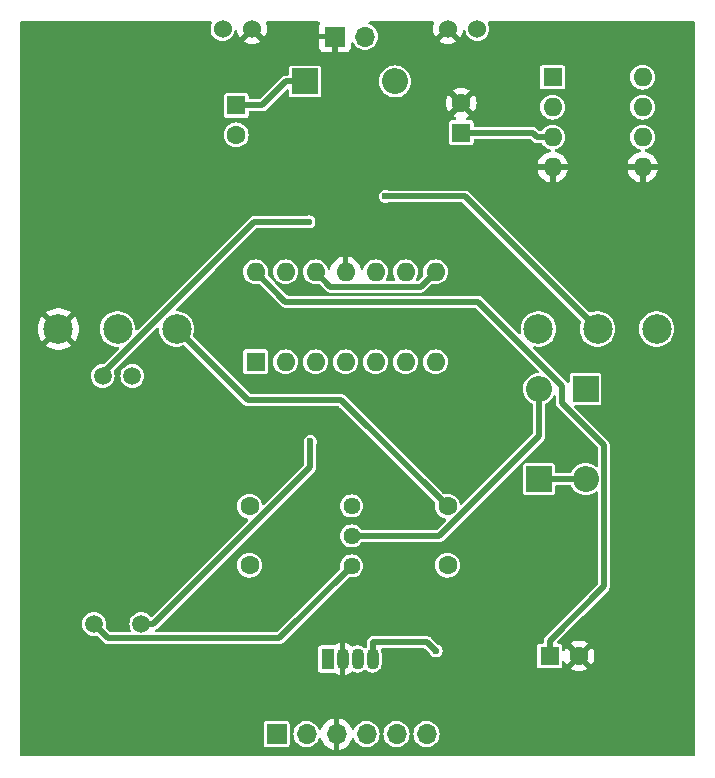
<source format=gbr>
%TF.GenerationSoftware,KiCad,Pcbnew,8.0.0*%
%TF.CreationDate,2025-03-01T13:37:18-05:00*%
%TF.ProjectId,compulator,636f6d70-756c-4617-946f-722e6b696361,rev?*%
%TF.SameCoordinates,Original*%
%TF.FileFunction,Copper,L2,Bot*%
%TF.FilePolarity,Positive*%
%FSLAX46Y46*%
G04 Gerber Fmt 4.6, Leading zero omitted, Abs format (unit mm)*
G04 Created by KiCad (PCBNEW 8.0.0) date 2025-03-01 13:37:18*
%MOMM*%
%LPD*%
G01*
G04 APERTURE LIST*
%TA.AperFunction,ComponentPad*%
%ADD10C,2.500000*%
%TD*%
%TA.AperFunction,ComponentPad*%
%ADD11C,1.600000*%
%TD*%
%TA.AperFunction,ComponentPad*%
%ADD12O,1.600000X1.600000*%
%TD*%
%TA.AperFunction,ComponentPad*%
%ADD13R,1.600000X1.600000*%
%TD*%
%TA.AperFunction,ComponentPad*%
%ADD14C,1.440000*%
%TD*%
%TA.AperFunction,ComponentPad*%
%ADD15C,1.500000*%
%TD*%
%TA.AperFunction,ComponentPad*%
%ADD16O,1.700000X1.700000*%
%TD*%
%TA.AperFunction,ComponentPad*%
%ADD17R,1.700000X1.700000*%
%TD*%
%TA.AperFunction,ComponentPad*%
%ADD18C,1.524000*%
%TD*%
%TA.AperFunction,ComponentPad*%
%ADD19O,2.200000X2.200000*%
%TD*%
%TA.AperFunction,ComponentPad*%
%ADD20R,2.200000X2.200000*%
%TD*%
%TA.AperFunction,ComponentPad*%
%ADD21O,1.070000X1.800000*%
%TD*%
%TA.AperFunction,ComponentPad*%
%ADD22R,1.070000X1.800000*%
%TD*%
%TA.AperFunction,ViaPad*%
%ADD23C,0.600000*%
%TD*%
%TA.AperFunction,Conductor*%
%ADD24C,0.508000*%
%TD*%
G04 APERTURE END LIST*
D10*
%TO.P,LEVEL1,3,3*%
%TO.N,GNDA*%
X175340000Y-85080000D03*
%TO.P,LEVEL1,2,2*%
%TO.N,OUT*%
X180340000Y-85080000D03*
%TO.P,LEVEL1,1,1*%
%TO.N,Net-(C6--)*%
X185340000Y-85080000D03*
%TD*%
D11*
%TO.P,C6,2,-*%
%TO.N,Net-(C6--)*%
X208280000Y-100096000D03*
%TO.P,C6,1,+*%
%TO.N,Net-(C6-+)*%
X208280000Y-105096000D03*
%TD*%
D12*
%TO.P,U4,14*%
%TO.N,Net-(C1-+)*%
X192024000Y-80244000D03*
%TO.P,U4,13,-*%
%TO.N,Net-(R18--)*%
X194564000Y-80244000D03*
%TO.P,U4,12,+*%
%TO.N,Net-(R13--)*%
X197104000Y-80244000D03*
%TO.P,U4,11,V-*%
%TO.N,GNDA*%
X199644000Y-80244000D03*
%TO.P,U4,10,+*%
%TO.N,Net-(R12-+)*%
X202184000Y-80244000D03*
%TO.P,U4,9,-*%
%TO.N,Net-(R14--)*%
X204724000Y-80244000D03*
%TO.P,U4,8*%
%TO.N,Net-(R13--)*%
X207264000Y-80244000D03*
%TO.P,U4,7*%
%TO.N,Net-(R10-+)*%
X207264000Y-87864000D03*
%TO.P,U4,6,-*%
%TO.N,Net-(P1-c)*%
X204724000Y-87864000D03*
%TO.P,U4,5,+*%
%TO.N,Net-(R8--)*%
X202184000Y-87864000D03*
%TO.P,U4,4,V+*%
%TO.N,+9V*%
X199644000Y-87864000D03*
%TO.P,U4,3,+*%
%TO.N,Net-(C5--)*%
X197104000Y-87864000D03*
%TO.P,U4,2,-*%
%TO.N,Net-(R6-+)*%
X194564000Y-87864000D03*
D13*
%TO.P,U4,1*%
%TO.N,Net-(R6--)*%
X192024000Y-87864000D03*
%TD*%
D12*
%TO.P,U1,8,V+*%
%TO.N,+9V*%
X224800000Y-63764000D03*
%TO.P,U1,7*%
%TO.N,Net-(U1B--)*%
X224800000Y-66304000D03*
%TO.P,U1,6,-*%
X224800000Y-68844000D03*
%TO.P,U1,5,+*%
%TO.N,GNDA*%
X224800000Y-71384000D03*
%TO.P,U1,4,V-*%
X217180000Y-71384000D03*
%TO.P,U1,3,+*%
%TO.N,Net-(C3--)*%
X217180000Y-68844000D03*
%TO.P,U1,2,-*%
%TO.N,VREF*%
X217180000Y-66304000D03*
D13*
%TO.P,U1,1*%
X217180000Y-63764000D03*
%TD*%
D14*
%TO.P,P1,3,c*%
%TO.N,Net-(P1-c)*%
X200152000Y-100076000D03*
%TO.P,P1,2,b*%
%TO.N,VREF*%
X200152000Y-102616000D03*
%TO.P,P1,1,a*%
X200152000Y-105156000D03*
%TD*%
D15*
%TO.P,LDR1,4*%
%TO.N,Net-(R13-+)*%
X179090000Y-89068000D03*
%TO.P,LDR1,3*%
%TO.N,VREF*%
X181590000Y-89068000D03*
%TO.P,LDR1,2*%
X178340000Y-110068000D03*
%TO.P,LDR1,1*%
%TO.N,Net-(R7--)*%
X182340000Y-110068000D03*
%TD*%
D16*
%TO.P,J4,6,Pin_6*%
%TO.N,J-OUT*%
X206502000Y-119380000D03*
%TO.P,J4,5,Pin_5*%
%TO.N,OUT*%
X203962000Y-119380000D03*
%TO.P,J4,4,Pin_4*%
%TO.N,LED*%
X201422000Y-119380000D03*
%TO.P,J4,3,Pin_3*%
%TO.N,GNDA*%
X198882000Y-119380000D03*
%TO.P,J4,2,Pin_2*%
%TO.N,IN*%
X196342000Y-119380000D03*
D17*
%TO.P,J4,1,Pin_1*%
%TO.N,J-IN*%
X193802000Y-119380000D03*
%TD*%
D18*
%TO.P,J3,T*%
%TO.N,J-IN*%
X189230000Y-59690000D03*
%TO.P,J3,S*%
%TO.N,GNDA*%
X191730000Y-59690000D03*
%TD*%
%TO.P,J2,T*%
%TO.N,J-OUT*%
X210800000Y-59690000D03*
%TO.P,J2,S*%
%TO.N,GNDA*%
X208300000Y-59690000D03*
%TD*%
D16*
%TO.P,J1,2*%
%TO.N,Net-(D1-A)*%
X201290000Y-60330000D03*
D17*
%TO.P,J1,1*%
%TO.N,GNDA*%
X198750000Y-60330000D03*
%TD*%
D19*
%TO.P,D4,2,A*%
%TO.N,VREF*%
X216024000Y-90170000D03*
D20*
%TO.P,D4,1,K*%
%TO.N,Net-(D3-A)*%
X216024000Y-97790000D03*
%TD*%
D19*
%TO.P,D3,2,A*%
%TO.N,Net-(D3-A)*%
X219964000Y-97790000D03*
D20*
%TO.P,D3,1,K*%
%TO.N,Net-(D3-K)*%
X219964000Y-90170000D03*
%TD*%
D21*
%TO.P,D2,4,BA*%
%TO.N,Net-(D2-BA)*%
X201930000Y-113030000D03*
%TO.P,D2,3,GA*%
%TO.N,unconnected-(D2-GA-Pad3)*%
X200660000Y-113030000D03*
%TO.P,D2,2,K*%
%TO.N,GNDA*%
X199390000Y-113030000D03*
D22*
%TO.P,D2,1,RA*%
%TO.N,Net-(D2-RA)*%
X198120000Y-113030000D03*
%TD*%
D19*
%TO.P,D1,2,A*%
%TO.N,Net-(D1-A)*%
X203835000Y-64135000D03*
D20*
%TO.P,D1,1,K*%
%TO.N,+9V*%
X196215000Y-64135000D03*
%TD*%
D10*
%TO.P,COMP1,3,3*%
%TO.N,VREF*%
X215980000Y-85080000D03*
%TO.P,COMP1,2,2*%
%TO.N,Net-(R12--)*%
X220980000Y-85080000D03*
%TO.P,COMP1,1,1*%
%TO.N,Net-(R10--)*%
X225980000Y-85080000D03*
%TD*%
D11*
%TO.P,C5,2,-*%
%TO.N,Net-(C5--)*%
X191516000Y-100096000D03*
%TO.P,C5,1,+*%
%TO.N,IN*%
X191516000Y-105096000D03*
%TD*%
%TO.P,C4,2,-*%
%TO.N,GNDA*%
X209432700Y-65962700D03*
D13*
%TO.P,C4,1,+*%
%TO.N,Net-(C3--)*%
X209432700Y-68462700D03*
%TD*%
D11*
%TO.P,C3,2,-*%
%TO.N,Net-(C3--)*%
X190382700Y-68657300D03*
D13*
%TO.P,C3,1,+*%
%TO.N,+9V*%
X190382700Y-66157300D03*
%TD*%
D11*
%TO.P,C1,2,-*%
%TO.N,GNDA*%
X219416000Y-112776000D03*
D13*
%TO.P,C1,1,+*%
%TO.N,Net-(C1-+)*%
X216916000Y-112776000D03*
%TD*%
D23*
%TO.N,GNDA*%
X188595000Y-81915000D03*
%TO.N,Net-(D2-BA)*%
X207304500Y-112347200D03*
%TO.N,Net-(R13-+)*%
X196540800Y-76026800D03*
%TO.N,Net-(R12--)*%
X203008200Y-73871900D03*
%TO.N,Net-(R7--)*%
X196672300Y-94603800D03*
%TD*%
D24*
%TO.N,Net-(D2-BA)*%
X206579300Y-111622000D02*
X207304500Y-112347200D01*
X201930000Y-111622000D02*
X206579300Y-111622000D01*
X201930000Y-113030000D02*
X201930000Y-111622000D01*
%TO.N,Net-(C1-+)*%
X194548200Y-82768200D02*
X192024000Y-80244000D01*
X210848000Y-82768200D02*
X194548200Y-82768200D01*
X217975500Y-89895700D02*
X210848000Y-82768200D01*
X217975500Y-91396300D02*
X217975500Y-89895700D01*
X221519700Y-94940500D02*
X217975500Y-91396300D01*
X221519700Y-106864300D02*
X221519700Y-94940500D01*
X216916000Y-111468000D02*
X221519700Y-106864300D01*
X216916000Y-112776000D02*
X216916000Y-111468000D01*
%TO.N,Net-(R13-+)*%
X191916700Y-76026800D02*
X196540800Y-76026800D01*
X179090000Y-88853500D02*
X191916700Y-76026800D01*
X179090000Y-89068000D02*
X179090000Y-88853500D01*
%TO.N,Net-(R13--)*%
X198366100Y-81506100D02*
X197104000Y-80244000D01*
X206001900Y-81506100D02*
X198366100Y-81506100D01*
X207264000Y-80244000D02*
X206001900Y-81506100D01*
%TO.N,Net-(R12--)*%
X209771900Y-73871900D02*
X220980000Y-85080000D01*
X203008200Y-73871900D02*
X209771900Y-73871900D01*
%TO.N,Net-(R7--)*%
X196672300Y-96775100D02*
X196672300Y-94603800D01*
X183379400Y-110068000D02*
X196672300Y-96775100D01*
X182340000Y-110068000D02*
X183379400Y-110068000D01*
%TO.N,VREF*%
X194034200Y-111273800D02*
X200152000Y-105156000D01*
X179545800Y-111273800D02*
X194034200Y-111273800D01*
X178340000Y-110068000D02*
X179545800Y-111273800D01*
X207547300Y-102616000D02*
X200152000Y-102616000D01*
X216024000Y-94139300D02*
X207547300Y-102616000D01*
X216024000Y-90170000D02*
X216024000Y-94139300D01*
%TO.N,Net-(D3-A)*%
X219964000Y-97790000D02*
X216024000Y-97790000D01*
%TO.N,Net-(C6--)*%
X191375000Y-91115000D02*
X185340000Y-85080000D01*
X199299000Y-91115000D02*
X191375000Y-91115000D01*
X208280000Y-100096000D02*
X199299000Y-91115000D01*
%TO.N,Net-(C3--)*%
X215490700Y-68462700D02*
X215872000Y-68844000D01*
X209432700Y-68462700D02*
X215490700Y-68462700D01*
X217180000Y-68844000D02*
X215872000Y-68844000D01*
%TO.N,+9V*%
X192584700Y-66157300D02*
X194607000Y-64135000D01*
X190382700Y-66157300D02*
X192584700Y-66157300D01*
X196215000Y-64135000D02*
X194607000Y-64135000D01*
%TD*%
%TA.AperFunction,Conductor*%
%TO.N,GNDA*%
G36*
X188281510Y-59074685D02*
G01*
X188327265Y-59127489D01*
X188337209Y-59196647D01*
X188323829Y-59237453D01*
X188290048Y-59300651D01*
X188232149Y-59491518D01*
X188212601Y-59690000D01*
X188232149Y-59888481D01*
X188232149Y-59888483D01*
X188232150Y-59888485D01*
X188290046Y-60079342D01*
X188290048Y-60079348D01*
X188384060Y-60255231D01*
X188384065Y-60255238D01*
X188510589Y-60409410D01*
X188617875Y-60497456D01*
X188664763Y-60535936D01*
X188664766Y-60535937D01*
X188664768Y-60535939D01*
X188840651Y-60629951D01*
X188840654Y-60629951D01*
X188840658Y-60629954D01*
X189031515Y-60687850D01*
X189230000Y-60707399D01*
X189428485Y-60687850D01*
X189619342Y-60629954D01*
X189795237Y-60535936D01*
X189949410Y-60409410D01*
X190075936Y-60255237D01*
X190144525Y-60126917D01*
X190169951Y-60079348D01*
X190169951Y-60079347D01*
X190169954Y-60079342D01*
X190227850Y-59888485D01*
X190230965Y-59856861D01*
X190257123Y-59792077D01*
X190314157Y-59751717D01*
X190383957Y-59748598D01*
X190444363Y-59783712D01*
X190476195Y-59845909D01*
X190477895Y-59858207D01*
X190482424Y-59909976D01*
X190482426Y-59909986D01*
X190539575Y-60123270D01*
X190539580Y-60123284D01*
X190632898Y-60323405D01*
X190632901Y-60323411D01*
X190678258Y-60388187D01*
X190678258Y-60388188D01*
X191349000Y-59717446D01*
X191349000Y-59740160D01*
X191374964Y-59837061D01*
X191425124Y-59923940D01*
X191496060Y-59994876D01*
X191582939Y-60045036D01*
X191679840Y-60071000D01*
X191702553Y-60071000D01*
X191031810Y-60741740D01*
X191096590Y-60787099D01*
X191096592Y-60787100D01*
X191296715Y-60880419D01*
X191296729Y-60880424D01*
X191510013Y-60937573D01*
X191510023Y-60937575D01*
X191729999Y-60956821D01*
X191730001Y-60956821D01*
X191949976Y-60937575D01*
X191949986Y-60937573D01*
X192163270Y-60880424D01*
X192163284Y-60880419D01*
X192363407Y-60787100D01*
X192363417Y-60787094D01*
X192428188Y-60741741D01*
X191757448Y-60071000D01*
X191780160Y-60071000D01*
X191877061Y-60045036D01*
X191963940Y-59994876D01*
X192034876Y-59923940D01*
X192085036Y-59837061D01*
X192111000Y-59740160D01*
X192111000Y-59717447D01*
X192781741Y-60388188D01*
X192827094Y-60323417D01*
X192827100Y-60323407D01*
X192920419Y-60123284D01*
X192920424Y-60123270D01*
X192977573Y-59909986D01*
X192977575Y-59909976D01*
X192996821Y-59690000D01*
X192996821Y-59689999D01*
X192977575Y-59470023D01*
X192977573Y-59470013D01*
X192920424Y-59256729D01*
X192920422Y-59256725D01*
X192908616Y-59231406D01*
X192898124Y-59162328D01*
X192926643Y-59098544D01*
X192985119Y-59060304D01*
X193020998Y-59055000D01*
X197347533Y-59055000D01*
X197414572Y-59074685D01*
X197460327Y-59127489D01*
X197470271Y-59196647D01*
X197459351Y-59229453D01*
X197459746Y-59229601D01*
X197406403Y-59372620D01*
X197406401Y-59372627D01*
X197400000Y-59432155D01*
X197400000Y-60080000D01*
X198316988Y-60080000D01*
X198284075Y-60137007D01*
X198250000Y-60264174D01*
X198250000Y-60395826D01*
X198284075Y-60522993D01*
X198316988Y-60580000D01*
X197400000Y-60580000D01*
X197400000Y-61227844D01*
X197406401Y-61287372D01*
X197406403Y-61287379D01*
X197456645Y-61422086D01*
X197456649Y-61422093D01*
X197542809Y-61537187D01*
X197542812Y-61537190D01*
X197657906Y-61623350D01*
X197657913Y-61623354D01*
X197792620Y-61673596D01*
X197792627Y-61673598D01*
X197852155Y-61679999D01*
X197852172Y-61680000D01*
X198500000Y-61680000D01*
X198500000Y-60763012D01*
X198557007Y-60795925D01*
X198684174Y-60830000D01*
X198815826Y-60830000D01*
X198942993Y-60795925D01*
X199000000Y-60763012D01*
X199000000Y-61680000D01*
X199647828Y-61680000D01*
X199647844Y-61679999D01*
X199707372Y-61673598D01*
X199707379Y-61673596D01*
X199842086Y-61623354D01*
X199842093Y-61623350D01*
X199957187Y-61537190D01*
X199957190Y-61537187D01*
X200043350Y-61422093D01*
X200043354Y-61422086D01*
X200093596Y-61287379D01*
X200093598Y-61287372D01*
X200099999Y-61227844D01*
X200100000Y-61227827D01*
X200100000Y-60936312D01*
X200119685Y-60869273D01*
X200172489Y-60823518D01*
X200241647Y-60813574D01*
X200305203Y-60842599D01*
X200335000Y-60881041D01*
X200350325Y-60911819D01*
X200473237Y-61074581D01*
X200623958Y-61211980D01*
X200623960Y-61211982D01*
X200723141Y-61273392D01*
X200797363Y-61319348D01*
X200987544Y-61393024D01*
X201188024Y-61430500D01*
X201188026Y-61430500D01*
X201391974Y-61430500D01*
X201391976Y-61430500D01*
X201592456Y-61393024D01*
X201782637Y-61319348D01*
X201956041Y-61211981D01*
X202106764Y-61074579D01*
X202229673Y-60911821D01*
X202320582Y-60729250D01*
X202376397Y-60533083D01*
X202395215Y-60330000D01*
X202394604Y-60323411D01*
X202376397Y-60126917D01*
X202362862Y-60079348D01*
X202320582Y-59930750D01*
X202320159Y-59929901D01*
X202231656Y-59752162D01*
X202229673Y-59748179D01*
X202106764Y-59585421D01*
X202106762Y-59585418D01*
X201956041Y-59448019D01*
X201956039Y-59448017D01*
X201782642Y-59340655D01*
X201782635Y-59340651D01*
X201663832Y-59294627D01*
X201608430Y-59252054D01*
X201584840Y-59186287D01*
X201600551Y-59118207D01*
X201650575Y-59069428D01*
X201708626Y-59055000D01*
X207009002Y-59055000D01*
X207076041Y-59074685D01*
X207121796Y-59127489D01*
X207131740Y-59196647D01*
X207121384Y-59231406D01*
X207109577Y-59256725D01*
X207109575Y-59256729D01*
X207052426Y-59470013D01*
X207052424Y-59470023D01*
X207033179Y-59689999D01*
X207033179Y-59690000D01*
X207052424Y-59909976D01*
X207052426Y-59909986D01*
X207109575Y-60123270D01*
X207109580Y-60123284D01*
X207202898Y-60323405D01*
X207202901Y-60323411D01*
X207248258Y-60388187D01*
X207248258Y-60388188D01*
X207919000Y-59717446D01*
X207919000Y-59740160D01*
X207944964Y-59837061D01*
X207995124Y-59923940D01*
X208066060Y-59994876D01*
X208152939Y-60045036D01*
X208249840Y-60071000D01*
X208272553Y-60071000D01*
X207601810Y-60741740D01*
X207666590Y-60787099D01*
X207666592Y-60787100D01*
X207866715Y-60880419D01*
X207866729Y-60880424D01*
X208080013Y-60937573D01*
X208080023Y-60937575D01*
X208299999Y-60956821D01*
X208300001Y-60956821D01*
X208519976Y-60937575D01*
X208519986Y-60937573D01*
X208733270Y-60880424D01*
X208733284Y-60880419D01*
X208933407Y-60787100D01*
X208933417Y-60787094D01*
X208998188Y-60741741D01*
X208327448Y-60071000D01*
X208350160Y-60071000D01*
X208447061Y-60045036D01*
X208533940Y-59994876D01*
X208604876Y-59923940D01*
X208655036Y-59837061D01*
X208681000Y-59740160D01*
X208681000Y-59717447D01*
X209351741Y-60388188D01*
X209397094Y-60323417D01*
X209397100Y-60323407D01*
X209490419Y-60123284D01*
X209490424Y-60123270D01*
X209547573Y-59909986D01*
X209547575Y-59909976D01*
X209552104Y-59858209D01*
X209577556Y-59793141D01*
X209634146Y-59752162D01*
X209703908Y-59748283D01*
X209764693Y-59782736D01*
X209797201Y-59844583D01*
X209799035Y-59856861D01*
X209802149Y-59888481D01*
X209802149Y-59888483D01*
X209802150Y-59888485D01*
X209860046Y-60079342D01*
X209860048Y-60079348D01*
X209954060Y-60255231D01*
X209954065Y-60255238D01*
X210080589Y-60409410D01*
X210187875Y-60497456D01*
X210234763Y-60535936D01*
X210234766Y-60535937D01*
X210234768Y-60535939D01*
X210410651Y-60629951D01*
X210410654Y-60629951D01*
X210410658Y-60629954D01*
X210601515Y-60687850D01*
X210800000Y-60707399D01*
X210998485Y-60687850D01*
X211189342Y-60629954D01*
X211365237Y-60535936D01*
X211519410Y-60409410D01*
X211645936Y-60255237D01*
X211714525Y-60126917D01*
X211739951Y-60079348D01*
X211739951Y-60079347D01*
X211739954Y-60079342D01*
X211797850Y-59888485D01*
X211817399Y-59690000D01*
X211797850Y-59491515D01*
X211739954Y-59300658D01*
X211739951Y-59300654D01*
X211739951Y-59300651D01*
X211706171Y-59237453D01*
X211691929Y-59169050D01*
X211716929Y-59103806D01*
X211773234Y-59062436D01*
X211815529Y-59055000D01*
X229111000Y-59055000D01*
X229178039Y-59074685D01*
X229223794Y-59127489D01*
X229235000Y-59179000D01*
X229235000Y-121161000D01*
X229215315Y-121228039D01*
X229162511Y-121273794D01*
X229111000Y-121285000D01*
X172209000Y-121285000D01*
X172141961Y-121265315D01*
X172096206Y-121212511D01*
X172085000Y-121161000D01*
X172085000Y-120254678D01*
X192701500Y-120254678D01*
X192716032Y-120327735D01*
X192716033Y-120327739D01*
X192716034Y-120327740D01*
X192771399Y-120410601D01*
X192854260Y-120465966D01*
X192854264Y-120465967D01*
X192927321Y-120480499D01*
X192927324Y-120480500D01*
X192927326Y-120480500D01*
X194676676Y-120480500D01*
X194676677Y-120480499D01*
X194749740Y-120465966D01*
X194832601Y-120410601D01*
X194887966Y-120327740D01*
X194902500Y-120254674D01*
X194902500Y-119380000D01*
X195236785Y-119380000D01*
X195255602Y-119583082D01*
X195311417Y-119779247D01*
X195311422Y-119779260D01*
X195402327Y-119961821D01*
X195525237Y-120124581D01*
X195675958Y-120261980D01*
X195675960Y-120261982D01*
X195775141Y-120323392D01*
X195849363Y-120369348D01*
X196039544Y-120443024D01*
X196240024Y-120480500D01*
X196240026Y-120480500D01*
X196443974Y-120480500D01*
X196443976Y-120480500D01*
X196644456Y-120443024D01*
X196834637Y-120369348D01*
X197008041Y-120261981D01*
X197158764Y-120124579D01*
X197281673Y-119961821D01*
X197343598Y-119837456D01*
X197368817Y-119786812D01*
X197416319Y-119735575D01*
X197483982Y-119718153D01*
X197550323Y-119740078D01*
X197594278Y-119794389D01*
X197599592Y-119809989D01*
X197608567Y-119843485D01*
X197608570Y-119843492D01*
X197708399Y-120057578D01*
X197843894Y-120251082D01*
X198010917Y-120418105D01*
X198204421Y-120553600D01*
X198418507Y-120653429D01*
X198418516Y-120653433D01*
X198632000Y-120710634D01*
X198632000Y-119813012D01*
X198689007Y-119845925D01*
X198816174Y-119880000D01*
X198947826Y-119880000D01*
X199074993Y-119845925D01*
X199132000Y-119813012D01*
X199132000Y-120710633D01*
X199345483Y-120653433D01*
X199345492Y-120653429D01*
X199559578Y-120553600D01*
X199753082Y-120418105D01*
X199920105Y-120251082D01*
X200055600Y-120057578D01*
X200155429Y-119843492D01*
X200155431Y-119843489D01*
X200164406Y-119809992D01*
X200200770Y-119750331D01*
X200263616Y-119719800D01*
X200332992Y-119728094D01*
X200386871Y-119772578D01*
X200395182Y-119786811D01*
X200482327Y-119961821D01*
X200605237Y-120124581D01*
X200755958Y-120261980D01*
X200755960Y-120261982D01*
X200855141Y-120323392D01*
X200929363Y-120369348D01*
X201119544Y-120443024D01*
X201320024Y-120480500D01*
X201320026Y-120480500D01*
X201523974Y-120480500D01*
X201523976Y-120480500D01*
X201724456Y-120443024D01*
X201914637Y-120369348D01*
X202088041Y-120261981D01*
X202238764Y-120124579D01*
X202361673Y-119961821D01*
X202452582Y-119779250D01*
X202508397Y-119583083D01*
X202527215Y-119380000D01*
X202856785Y-119380000D01*
X202875602Y-119583082D01*
X202931417Y-119779247D01*
X202931422Y-119779260D01*
X203022327Y-119961821D01*
X203145237Y-120124581D01*
X203295958Y-120261980D01*
X203295960Y-120261982D01*
X203395141Y-120323392D01*
X203469363Y-120369348D01*
X203659544Y-120443024D01*
X203860024Y-120480500D01*
X203860026Y-120480500D01*
X204063974Y-120480500D01*
X204063976Y-120480500D01*
X204264456Y-120443024D01*
X204454637Y-120369348D01*
X204628041Y-120261981D01*
X204778764Y-120124579D01*
X204901673Y-119961821D01*
X204992582Y-119779250D01*
X205048397Y-119583083D01*
X205067215Y-119380000D01*
X205396785Y-119380000D01*
X205415602Y-119583082D01*
X205471417Y-119779247D01*
X205471422Y-119779260D01*
X205562327Y-119961821D01*
X205685237Y-120124581D01*
X205835958Y-120261980D01*
X205835960Y-120261982D01*
X205935141Y-120323392D01*
X206009363Y-120369348D01*
X206199544Y-120443024D01*
X206400024Y-120480500D01*
X206400026Y-120480500D01*
X206603974Y-120480500D01*
X206603976Y-120480500D01*
X206804456Y-120443024D01*
X206994637Y-120369348D01*
X207168041Y-120261981D01*
X207318764Y-120124579D01*
X207441673Y-119961821D01*
X207532582Y-119779250D01*
X207588397Y-119583083D01*
X207607215Y-119380000D01*
X207601115Y-119314174D01*
X207588397Y-119176917D01*
X207532582Y-118980750D01*
X207532159Y-118979901D01*
X207482415Y-118880000D01*
X207441673Y-118798179D01*
X207318764Y-118635421D01*
X207318762Y-118635418D01*
X207168041Y-118498019D01*
X207168039Y-118498017D01*
X206994642Y-118390655D01*
X206994635Y-118390651D01*
X206868769Y-118341891D01*
X206804456Y-118316976D01*
X206603976Y-118279500D01*
X206400024Y-118279500D01*
X206199544Y-118316976D01*
X206199541Y-118316976D01*
X206199541Y-118316977D01*
X206009364Y-118390651D01*
X206009357Y-118390655D01*
X205835960Y-118498017D01*
X205835958Y-118498019D01*
X205685237Y-118635418D01*
X205562327Y-118798178D01*
X205471422Y-118980739D01*
X205471417Y-118980752D01*
X205415602Y-119176917D01*
X205396785Y-119379999D01*
X205396785Y-119380000D01*
X205067215Y-119380000D01*
X205061115Y-119314174D01*
X205048397Y-119176917D01*
X204992582Y-118980750D01*
X204992159Y-118979901D01*
X204942415Y-118880000D01*
X204901673Y-118798179D01*
X204778764Y-118635421D01*
X204778762Y-118635418D01*
X204628041Y-118498019D01*
X204628039Y-118498017D01*
X204454642Y-118390655D01*
X204454635Y-118390651D01*
X204328769Y-118341891D01*
X204264456Y-118316976D01*
X204063976Y-118279500D01*
X203860024Y-118279500D01*
X203659544Y-118316976D01*
X203659541Y-118316976D01*
X203659541Y-118316977D01*
X203469364Y-118390651D01*
X203469357Y-118390655D01*
X203295960Y-118498017D01*
X203295958Y-118498019D01*
X203145237Y-118635418D01*
X203022327Y-118798178D01*
X202931422Y-118980739D01*
X202931417Y-118980752D01*
X202875602Y-119176917D01*
X202856785Y-119379999D01*
X202856785Y-119380000D01*
X202527215Y-119380000D01*
X202521115Y-119314174D01*
X202508397Y-119176917D01*
X202452582Y-118980750D01*
X202452159Y-118979901D01*
X202402415Y-118880000D01*
X202361673Y-118798179D01*
X202238764Y-118635421D01*
X202238762Y-118635418D01*
X202088041Y-118498019D01*
X202088039Y-118498017D01*
X201914642Y-118390655D01*
X201914635Y-118390651D01*
X201788769Y-118341891D01*
X201724456Y-118316976D01*
X201523976Y-118279500D01*
X201320024Y-118279500D01*
X201119544Y-118316976D01*
X201119541Y-118316976D01*
X201119541Y-118316977D01*
X200929364Y-118390651D01*
X200929357Y-118390655D01*
X200755960Y-118498017D01*
X200755958Y-118498019D01*
X200605237Y-118635418D01*
X200482327Y-118798178D01*
X200395182Y-118973188D01*
X200347679Y-119024425D01*
X200280016Y-119041846D01*
X200213676Y-119019920D01*
X200169721Y-118965609D01*
X200164407Y-118950008D01*
X200155434Y-118916518D01*
X200155429Y-118916507D01*
X200055600Y-118702422D01*
X200055599Y-118702420D01*
X199920113Y-118508926D01*
X199920108Y-118508920D01*
X199753082Y-118341894D01*
X199559578Y-118206399D01*
X199345492Y-118106570D01*
X199345486Y-118106567D01*
X199132000Y-118049364D01*
X199132000Y-118946988D01*
X199074993Y-118914075D01*
X198947826Y-118880000D01*
X198816174Y-118880000D01*
X198689007Y-118914075D01*
X198632000Y-118946988D01*
X198632000Y-118049364D01*
X198631999Y-118049364D01*
X198418513Y-118106567D01*
X198418507Y-118106570D01*
X198204422Y-118206399D01*
X198204420Y-118206400D01*
X198010926Y-118341886D01*
X198010920Y-118341891D01*
X197843891Y-118508920D01*
X197843886Y-118508926D01*
X197708400Y-118702420D01*
X197708399Y-118702422D01*
X197608570Y-118916507D01*
X197608568Y-118916511D01*
X197599592Y-118950011D01*
X197563226Y-119009671D01*
X197500379Y-119040199D01*
X197431003Y-119031904D01*
X197377126Y-118987418D01*
X197368817Y-118973188D01*
X197322415Y-118880000D01*
X197281673Y-118798179D01*
X197158764Y-118635421D01*
X197158762Y-118635418D01*
X197008041Y-118498019D01*
X197008039Y-118498017D01*
X196834642Y-118390655D01*
X196834635Y-118390651D01*
X196708769Y-118341891D01*
X196644456Y-118316976D01*
X196443976Y-118279500D01*
X196240024Y-118279500D01*
X196039544Y-118316976D01*
X196039541Y-118316976D01*
X196039541Y-118316977D01*
X195849364Y-118390651D01*
X195849357Y-118390655D01*
X195675960Y-118498017D01*
X195675958Y-118498019D01*
X195525237Y-118635418D01*
X195402327Y-118798178D01*
X195311422Y-118980739D01*
X195311417Y-118980752D01*
X195255602Y-119176917D01*
X195236785Y-119379999D01*
X195236785Y-119380000D01*
X194902500Y-119380000D01*
X194902500Y-118505326D01*
X194902500Y-118505323D01*
X194902499Y-118505321D01*
X194887967Y-118432264D01*
X194887966Y-118432260D01*
X194832601Y-118349399D01*
X194749740Y-118294034D01*
X194749739Y-118294033D01*
X194749735Y-118294032D01*
X194676677Y-118279500D01*
X194676674Y-118279500D01*
X192927326Y-118279500D01*
X192927323Y-118279500D01*
X192854264Y-118294032D01*
X192854260Y-118294033D01*
X192771399Y-118349399D01*
X192716033Y-118432260D01*
X192716032Y-118432264D01*
X192701500Y-118505321D01*
X192701500Y-120254678D01*
X172085000Y-120254678D01*
X172085000Y-113954678D01*
X197334500Y-113954678D01*
X197349032Y-114027735D01*
X197349033Y-114027739D01*
X197349034Y-114027740D01*
X197404399Y-114110601D01*
X197487260Y-114165966D01*
X197487264Y-114165967D01*
X197560321Y-114180499D01*
X197560324Y-114180500D01*
X198665018Y-114180500D01*
X198732057Y-114200185D01*
X198733909Y-114201398D01*
X198899737Y-114312201D01*
X198899747Y-114312206D01*
X199088101Y-114390225D01*
X199088109Y-114390227D01*
X199139999Y-114400549D01*
X199140000Y-114400549D01*
X199140000Y-113405277D01*
X199216306Y-113449333D01*
X199330756Y-113480000D01*
X199449244Y-113480000D01*
X199563694Y-113449333D01*
X199640000Y-113405277D01*
X199640000Y-114400549D01*
X199691890Y-114390227D01*
X199691898Y-114390225D01*
X199880252Y-114312206D01*
X199880262Y-114312201D01*
X200049773Y-114198937D01*
X200049777Y-114198934D01*
X200137972Y-114110738D01*
X200199295Y-114077252D01*
X200268986Y-114082236D01*
X200284110Y-114089061D01*
X200287921Y-114091097D01*
X200287926Y-114091101D01*
X200430878Y-114150314D01*
X200582630Y-114180499D01*
X200582634Y-114180500D01*
X200582635Y-114180500D01*
X200737366Y-114180500D01*
X200737367Y-114180499D01*
X200889122Y-114150314D01*
X201032074Y-114091101D01*
X201160727Y-114005138D01*
X201163601Y-114002264D01*
X201207319Y-113958547D01*
X201268642Y-113925062D01*
X201338334Y-113930046D01*
X201382681Y-113958547D01*
X201429269Y-114005135D01*
X201429273Y-114005138D01*
X201557919Y-114091097D01*
X201557925Y-114091100D01*
X201557926Y-114091101D01*
X201700878Y-114150314D01*
X201852630Y-114180499D01*
X201852634Y-114180500D01*
X201852635Y-114180500D01*
X202007366Y-114180500D01*
X202007367Y-114180499D01*
X202159122Y-114150314D01*
X202302074Y-114091101D01*
X202430727Y-114005138D01*
X202540138Y-113895727D01*
X202626101Y-113767074D01*
X202685314Y-113624122D01*
X202715500Y-113472365D01*
X202715500Y-112587635D01*
X202685314Y-112435878D01*
X202628182Y-112297952D01*
X202620714Y-112228484D01*
X202651989Y-112166004D01*
X202712078Y-112130352D01*
X202742744Y-112126500D01*
X206318967Y-112126500D01*
X206386006Y-112146185D01*
X206406648Y-112162819D01*
X206774367Y-112530538D01*
X206801247Y-112570766D01*
X206823638Y-112624822D01*
X206823639Y-112624825D01*
X206911879Y-112739821D01*
X207026875Y-112828061D01*
X207026876Y-112828061D01*
X207026877Y-112828062D01*
X207071513Y-112846550D01*
X207160791Y-112883530D01*
X207287780Y-112900248D01*
X207304499Y-112902450D01*
X207304500Y-112902450D01*
X207304501Y-112902450D01*
X207319477Y-112900478D01*
X207448209Y-112883530D01*
X207582125Y-112828061D01*
X207697121Y-112739821D01*
X207785361Y-112624825D01*
X207840830Y-112490909D01*
X207859750Y-112347200D01*
X207840830Y-112203491D01*
X207785361Y-112069575D01*
X207697121Y-111954579D01*
X207582125Y-111866339D01*
X207582123Y-111866338D01*
X207528066Y-111843947D01*
X207487838Y-111817067D01*
X206889072Y-111218301D01*
X206889070Y-111218299D01*
X206863620Y-111203605D01*
X206816138Y-111176191D01*
X206816137Y-111176191D01*
X206774030Y-111151881D01*
X206774031Y-111151881D01*
X206741952Y-111143285D01*
X206645719Y-111117500D01*
X201996419Y-111117500D01*
X201863581Y-111117500D01*
X201735270Y-111151881D01*
X201735268Y-111151881D01*
X201735268Y-111151882D01*
X201620230Y-111218300D01*
X201620227Y-111218302D01*
X201526302Y-111312227D01*
X201526300Y-111312230D01*
X201474712Y-111401583D01*
X201459881Y-111427270D01*
X201425500Y-111555581D01*
X201425500Y-111555583D01*
X201425500Y-112007272D01*
X201405815Y-112074311D01*
X201389181Y-112094953D01*
X201382681Y-112101453D01*
X201321358Y-112134938D01*
X201251666Y-112129954D01*
X201207319Y-112101453D01*
X201160730Y-112054864D01*
X201160726Y-112054861D01*
X201032080Y-111968902D01*
X201032071Y-111968897D01*
X200889122Y-111909686D01*
X200889114Y-111909684D01*
X200737369Y-111879500D01*
X200737365Y-111879500D01*
X200582635Y-111879500D01*
X200582630Y-111879500D01*
X200430885Y-111909684D01*
X200430877Y-111909686D01*
X200287925Y-111968898D01*
X200284107Y-111970940D01*
X200215704Y-111985181D01*
X200150460Y-111960180D01*
X200137974Y-111949262D01*
X200049777Y-111861065D01*
X200049773Y-111861062D01*
X199880262Y-111747798D01*
X199880252Y-111747793D01*
X199691896Y-111669773D01*
X199691893Y-111669772D01*
X199640000Y-111659449D01*
X199640000Y-112654722D01*
X199563694Y-112610667D01*
X199449244Y-112580000D01*
X199330756Y-112580000D01*
X199216306Y-112610667D01*
X199140000Y-112654722D01*
X199140000Y-111659450D01*
X199139999Y-111659449D01*
X199088106Y-111669772D01*
X199088103Y-111669773D01*
X198899747Y-111747793D01*
X198899737Y-111747798D01*
X198733910Y-111858602D01*
X198667233Y-111879480D01*
X198665019Y-111879500D01*
X197560323Y-111879500D01*
X197487264Y-111894032D01*
X197487260Y-111894033D01*
X197404399Y-111949399D01*
X197349033Y-112032260D01*
X197349032Y-112032264D01*
X197334500Y-112105321D01*
X197334500Y-113954678D01*
X172085000Y-113954678D01*
X172085000Y-110068000D01*
X177334659Y-110068000D01*
X177353975Y-110264129D01*
X177411188Y-110452733D01*
X177504086Y-110626532D01*
X177504090Y-110626539D01*
X177629116Y-110778883D01*
X177781460Y-110903909D01*
X177781467Y-110903913D01*
X177955266Y-110996811D01*
X177955269Y-110996811D01*
X177955273Y-110996814D01*
X178143868Y-111054024D01*
X178340000Y-111073341D01*
X178516803Y-111055927D01*
X178542195Y-111053427D01*
X178542344Y-111054949D01*
X178604433Y-111060492D01*
X178646740Y-111088211D01*
X179236030Y-111677501D01*
X179308962Y-111719608D01*
X179351070Y-111743919D01*
X179479381Y-111778300D01*
X179479382Y-111778300D01*
X179479384Y-111778300D01*
X194100616Y-111778300D01*
X194100619Y-111778300D01*
X194228930Y-111743919D01*
X194271037Y-111719608D01*
X194343970Y-111677501D01*
X199872271Y-106149198D01*
X199933592Y-106115715D01*
X199972104Y-106113478D01*
X199994211Y-106115655D01*
X200152000Y-106131196D01*
X200342251Y-106112458D01*
X200525191Y-106056964D01*
X200693790Y-105966846D01*
X200841568Y-105845568D01*
X200962846Y-105697790D01*
X201052964Y-105529191D01*
X201108458Y-105346251D01*
X201127196Y-105156000D01*
X201121287Y-105096000D01*
X207224417Y-105096000D01*
X207244699Y-105301932D01*
X207258143Y-105346251D01*
X207304768Y-105499954D01*
X207402315Y-105682450D01*
X207402317Y-105682452D01*
X207533589Y-105842410D01*
X207630209Y-105921702D01*
X207693550Y-105973685D01*
X207876046Y-106071232D01*
X208074066Y-106131300D01*
X208074065Y-106131300D01*
X208092529Y-106133118D01*
X208280000Y-106151583D01*
X208485934Y-106131300D01*
X208683954Y-106071232D01*
X208866450Y-105973685D01*
X209026410Y-105842410D01*
X209157685Y-105682450D01*
X209255232Y-105499954D01*
X209315300Y-105301934D01*
X209335583Y-105096000D01*
X209315300Y-104890066D01*
X209255232Y-104692046D01*
X209157685Y-104509550D01*
X209105702Y-104446209D01*
X209026410Y-104349589D01*
X208866452Y-104218317D01*
X208866453Y-104218317D01*
X208866450Y-104218315D01*
X208683954Y-104120768D01*
X208485934Y-104060700D01*
X208485932Y-104060699D01*
X208485934Y-104060699D01*
X208280000Y-104040417D01*
X208074067Y-104060699D01*
X207876043Y-104120769D01*
X207765898Y-104179643D01*
X207693550Y-104218315D01*
X207693548Y-104218316D01*
X207693547Y-104218317D01*
X207533589Y-104349589D01*
X207402317Y-104509547D01*
X207304769Y-104692043D01*
X207244699Y-104890067D01*
X207224417Y-105096000D01*
X201121287Y-105096000D01*
X201108458Y-104965749D01*
X201052964Y-104782809D01*
X201052962Y-104782806D01*
X201052962Y-104782804D01*
X200962849Y-104614215D01*
X200962847Y-104614213D01*
X200962846Y-104614210D01*
X200876954Y-104509550D01*
X200841568Y-104466431D01*
X200693791Y-104345155D01*
X200693784Y-104345150D01*
X200525195Y-104255037D01*
X200342249Y-104199541D01*
X200152000Y-104180804D01*
X199961750Y-104199541D01*
X199778804Y-104255037D01*
X199610215Y-104345150D01*
X199610208Y-104345155D01*
X199462431Y-104466431D01*
X199341155Y-104614208D01*
X199341150Y-104614215D01*
X199251037Y-104782804D01*
X199195541Y-104965750D01*
X199176804Y-105156000D01*
X199194521Y-105335894D01*
X199181502Y-105404540D01*
X199158799Y-105435728D01*
X193861548Y-110732981D01*
X193800225Y-110766466D01*
X193773867Y-110769300D01*
X183636486Y-110769300D01*
X183569447Y-110749615D01*
X183523692Y-110696811D01*
X183513748Y-110627653D01*
X183542773Y-110564097D01*
X183574483Y-110537914D01*
X183616237Y-110513808D01*
X183689170Y-110471701D01*
X189064871Y-105096000D01*
X190460417Y-105096000D01*
X190480699Y-105301932D01*
X190494143Y-105346251D01*
X190540768Y-105499954D01*
X190638315Y-105682450D01*
X190638317Y-105682452D01*
X190769589Y-105842410D01*
X190866209Y-105921702D01*
X190929550Y-105973685D01*
X191112046Y-106071232D01*
X191310066Y-106131300D01*
X191310065Y-106131300D01*
X191328529Y-106133118D01*
X191516000Y-106151583D01*
X191721934Y-106131300D01*
X191919954Y-106071232D01*
X192102450Y-105973685D01*
X192262410Y-105842410D01*
X192393685Y-105682450D01*
X192491232Y-105499954D01*
X192551300Y-105301934D01*
X192571583Y-105096000D01*
X192551300Y-104890066D01*
X192491232Y-104692046D01*
X192393685Y-104509550D01*
X192341702Y-104446209D01*
X192262410Y-104349589D01*
X192102452Y-104218317D01*
X192102453Y-104218317D01*
X192102450Y-104218315D01*
X191919954Y-104120768D01*
X191721934Y-104060700D01*
X191721932Y-104060699D01*
X191721934Y-104060699D01*
X191516000Y-104040417D01*
X191310067Y-104060699D01*
X191112043Y-104120769D01*
X191001898Y-104179643D01*
X190929550Y-104218315D01*
X190929548Y-104218316D01*
X190929547Y-104218317D01*
X190769589Y-104349589D01*
X190638317Y-104509547D01*
X190540769Y-104692043D01*
X190480699Y-104890067D01*
X190460417Y-105096000D01*
X189064871Y-105096000D01*
X194084870Y-100076000D01*
X199176804Y-100076000D01*
X199195541Y-100266249D01*
X199251037Y-100449195D01*
X199341150Y-100617784D01*
X199341155Y-100617791D01*
X199462431Y-100765568D01*
X199556064Y-100842410D01*
X199610210Y-100886846D01*
X199610213Y-100886847D01*
X199610215Y-100886849D01*
X199778804Y-100976962D01*
X199778806Y-100976962D01*
X199778809Y-100976964D01*
X199961749Y-101032458D01*
X200152000Y-101051196D01*
X200342251Y-101032458D01*
X200525191Y-100976964D01*
X200693790Y-100886846D01*
X200841568Y-100765568D01*
X200962846Y-100617790D01*
X201052964Y-100449191D01*
X201108458Y-100266251D01*
X201127196Y-100076000D01*
X201108458Y-99885749D01*
X201052964Y-99702809D01*
X201052962Y-99702806D01*
X201052962Y-99702804D01*
X200962849Y-99534215D01*
X200962847Y-99534213D01*
X200962846Y-99534210D01*
X200925962Y-99489267D01*
X200841568Y-99386431D01*
X200693791Y-99265155D01*
X200693784Y-99265150D01*
X200525195Y-99175037D01*
X200342249Y-99119541D01*
X200152000Y-99100804D01*
X199961750Y-99119541D01*
X199778804Y-99175037D01*
X199610215Y-99265150D01*
X199610208Y-99265155D01*
X199462431Y-99386431D01*
X199341155Y-99534208D01*
X199341150Y-99534215D01*
X199251037Y-99702804D01*
X199195541Y-99885750D01*
X199176804Y-100076000D01*
X194084870Y-100076000D01*
X197076000Y-97084870D01*
X197142419Y-96969830D01*
X197156146Y-96918599D01*
X197176800Y-96841519D01*
X197176800Y-94849018D01*
X197186239Y-94801565D01*
X197208630Y-94747509D01*
X197227550Y-94603800D01*
X197208630Y-94460091D01*
X197171650Y-94370813D01*
X197153162Y-94326177D01*
X197153161Y-94326176D01*
X197153161Y-94326175D01*
X197064921Y-94211179D01*
X196949925Y-94122939D01*
X196949924Y-94122938D01*
X196949922Y-94122937D01*
X196816012Y-94067471D01*
X196816010Y-94067470D01*
X196816009Y-94067470D01*
X196744154Y-94058010D01*
X196672301Y-94048550D01*
X196672299Y-94048550D01*
X196528591Y-94067470D01*
X196528587Y-94067471D01*
X196394677Y-94122937D01*
X196279679Y-94211179D01*
X196191437Y-94326177D01*
X196135971Y-94460087D01*
X196135970Y-94460091D01*
X196117050Y-94603799D01*
X196117050Y-94603800D01*
X196135970Y-94747508D01*
X196135970Y-94747509D01*
X196158361Y-94801565D01*
X196167800Y-94849018D01*
X196167800Y-96514767D01*
X196148115Y-96581806D01*
X196131481Y-96602448D01*
X192762917Y-99971011D01*
X192701594Y-100004496D01*
X192631902Y-99999512D01*
X192575969Y-99957640D01*
X192551833Y-99895478D01*
X192551300Y-99890066D01*
X192491232Y-99692046D01*
X192393685Y-99509550D01*
X192341702Y-99446209D01*
X192262410Y-99349589D01*
X192102452Y-99218317D01*
X192102453Y-99218317D01*
X192102450Y-99218315D01*
X191919954Y-99120768D01*
X191721934Y-99060700D01*
X191721932Y-99060699D01*
X191721934Y-99060699D01*
X191516000Y-99040417D01*
X191310067Y-99060699D01*
X191112043Y-99120769D01*
X191010519Y-99175036D01*
X190929550Y-99218315D01*
X190929548Y-99218316D01*
X190929547Y-99218317D01*
X190769589Y-99349589D01*
X190638317Y-99509547D01*
X190540769Y-99692043D01*
X190480699Y-99890067D01*
X190460417Y-100096000D01*
X190480699Y-100301932D01*
X190480700Y-100301934D01*
X190540768Y-100499954D01*
X190638315Y-100682450D01*
X190638317Y-100682452D01*
X190769589Y-100842410D01*
X190823739Y-100886849D01*
X190929550Y-100973685D01*
X191112046Y-101071232D01*
X191310066Y-101131300D01*
X191315478Y-101131833D01*
X191380265Y-101157989D01*
X191420628Y-101215020D01*
X191423749Y-101284820D01*
X191391011Y-101342917D01*
X183294538Y-109439389D01*
X183233215Y-109472874D01*
X183163523Y-109467890D01*
X183111004Y-109430373D01*
X183050883Y-109357116D01*
X182898539Y-109232090D01*
X182898532Y-109232086D01*
X182724733Y-109139188D01*
X182724727Y-109139186D01*
X182536132Y-109081976D01*
X182536129Y-109081975D01*
X182340000Y-109062659D01*
X182143870Y-109081975D01*
X181955266Y-109139188D01*
X181781467Y-109232086D01*
X181781460Y-109232090D01*
X181629116Y-109357116D01*
X181504090Y-109509460D01*
X181504086Y-109509467D01*
X181411188Y-109683266D01*
X181353975Y-109871870D01*
X181334659Y-110068000D01*
X181353975Y-110264129D01*
X181411188Y-110452732D01*
X181482874Y-110586847D01*
X181497116Y-110655250D01*
X181472116Y-110720493D01*
X181415811Y-110761864D01*
X181373516Y-110769300D01*
X179806133Y-110769300D01*
X179739094Y-110749615D01*
X179718452Y-110732981D01*
X179360211Y-110374740D01*
X179326726Y-110313417D01*
X179326345Y-110270285D01*
X179325427Y-110270195D01*
X179327927Y-110244803D01*
X179345341Y-110068000D01*
X179326024Y-109871868D01*
X179268814Y-109683273D01*
X179268811Y-109683269D01*
X179268811Y-109683266D01*
X179175913Y-109509467D01*
X179175909Y-109509460D01*
X179050883Y-109357116D01*
X178898539Y-109232090D01*
X178898532Y-109232086D01*
X178724733Y-109139188D01*
X178724727Y-109139186D01*
X178536132Y-109081976D01*
X178536129Y-109081975D01*
X178340000Y-109062659D01*
X178143870Y-109081975D01*
X177955266Y-109139188D01*
X177781467Y-109232086D01*
X177781460Y-109232090D01*
X177629116Y-109357116D01*
X177504090Y-109509460D01*
X177504086Y-109509467D01*
X177411188Y-109683266D01*
X177353975Y-109871870D01*
X177334659Y-110068000D01*
X172085000Y-110068000D01*
X172085000Y-89068000D01*
X178084659Y-89068000D01*
X178103975Y-89264129D01*
X178161188Y-89452733D01*
X178254086Y-89626532D01*
X178254090Y-89626539D01*
X178379116Y-89778883D01*
X178531460Y-89903909D01*
X178531467Y-89903913D01*
X178705266Y-89996811D01*
X178705269Y-89996811D01*
X178705273Y-89996814D01*
X178893868Y-90054024D01*
X179090000Y-90073341D01*
X179286132Y-90054024D01*
X179474727Y-89996814D01*
X179648538Y-89903910D01*
X179800883Y-89778883D01*
X179925910Y-89626538D01*
X180018814Y-89452727D01*
X180076024Y-89264132D01*
X180095341Y-89068000D01*
X180584659Y-89068000D01*
X180603975Y-89264129D01*
X180661188Y-89452733D01*
X180754086Y-89626532D01*
X180754090Y-89626539D01*
X180879116Y-89778883D01*
X181031460Y-89903909D01*
X181031467Y-89903913D01*
X181205266Y-89996811D01*
X181205269Y-89996811D01*
X181205273Y-89996814D01*
X181393868Y-90054024D01*
X181590000Y-90073341D01*
X181786132Y-90054024D01*
X181974727Y-89996814D01*
X182148538Y-89903910D01*
X182300883Y-89778883D01*
X182425910Y-89626538D01*
X182518814Y-89452727D01*
X182576024Y-89264132D01*
X182595341Y-89068000D01*
X182576024Y-88871868D01*
X182518814Y-88683273D01*
X182518811Y-88683269D01*
X182518811Y-88683266D01*
X182425913Y-88509467D01*
X182425909Y-88509460D01*
X182300883Y-88357116D01*
X182148539Y-88232090D01*
X182148532Y-88232086D01*
X181974733Y-88139188D01*
X181974727Y-88139186D01*
X181786132Y-88081976D01*
X181786129Y-88081975D01*
X181590000Y-88062659D01*
X181393870Y-88081975D01*
X181205266Y-88139188D01*
X181031467Y-88232086D01*
X181031460Y-88232090D01*
X180879116Y-88357116D01*
X180754090Y-88509460D01*
X180754086Y-88509467D01*
X180661188Y-88683266D01*
X180603975Y-88871870D01*
X180584659Y-89068000D01*
X180095341Y-89068000D01*
X180076024Y-88871868D01*
X180029887Y-88719778D01*
X180029264Y-88649912D01*
X180060865Y-88596104D01*
X183625497Y-85031472D01*
X183686818Y-84997989D01*
X183756510Y-85002973D01*
X183812443Y-85044845D01*
X183836752Y-85108915D01*
X183854890Y-85327812D01*
X183854892Y-85327824D01*
X183915936Y-85568881D01*
X184015826Y-85796606D01*
X184151833Y-86004782D01*
X184151836Y-86004785D01*
X184320256Y-86187738D01*
X184516491Y-86340474D01*
X184735190Y-86458828D01*
X184970386Y-86539571D01*
X185215665Y-86580500D01*
X185464335Y-86580500D01*
X185709614Y-86539571D01*
X185709617Y-86539570D01*
X185916674Y-86468486D01*
X185986470Y-86465337D01*
X186044616Y-86498087D01*
X191065230Y-91518701D01*
X191138162Y-91560808D01*
X191180270Y-91585119D01*
X191308581Y-91619500D01*
X191308582Y-91619500D01*
X191441419Y-91619500D01*
X199038667Y-91619500D01*
X199105706Y-91639185D01*
X199126348Y-91655819D01*
X207219119Y-99748590D01*
X207252604Y-99809913D01*
X207250100Y-99872261D01*
X207244700Y-99890063D01*
X207244699Y-99890066D01*
X207224417Y-100096000D01*
X207244699Y-100301932D01*
X207244700Y-100301934D01*
X207304768Y-100499954D01*
X207402315Y-100682450D01*
X207402317Y-100682452D01*
X207533589Y-100842410D01*
X207587739Y-100886849D01*
X207693550Y-100973685D01*
X207876046Y-101071232D01*
X208063658Y-101128142D01*
X208122096Y-101166440D01*
X208150552Y-101230252D01*
X208139992Y-101299319D01*
X208115343Y-101334484D01*
X207374648Y-102075181D01*
X207313325Y-102108666D01*
X207286967Y-102111500D01*
X201052097Y-102111500D01*
X200985058Y-102091815D01*
X200956244Y-102066165D01*
X200841568Y-101926431D01*
X200693791Y-101805155D01*
X200693784Y-101805150D01*
X200525195Y-101715037D01*
X200342249Y-101659541D01*
X200152000Y-101640804D01*
X199961750Y-101659541D01*
X199778804Y-101715037D01*
X199610215Y-101805150D01*
X199610208Y-101805155D01*
X199462431Y-101926431D01*
X199341155Y-102074208D01*
X199341150Y-102074215D01*
X199251037Y-102242804D01*
X199195541Y-102425750D01*
X199176804Y-102616000D01*
X199195541Y-102806249D01*
X199251037Y-102989195D01*
X199341150Y-103157784D01*
X199341155Y-103157791D01*
X199462431Y-103305568D01*
X199565267Y-103389962D01*
X199610210Y-103426846D01*
X199610213Y-103426847D01*
X199610215Y-103426849D01*
X199778804Y-103516962D01*
X199778806Y-103516962D01*
X199778809Y-103516964D01*
X199961749Y-103572458D01*
X200152000Y-103591196D01*
X200342251Y-103572458D01*
X200525191Y-103516964D01*
X200693790Y-103426846D01*
X200841568Y-103305568D01*
X200956244Y-103165835D01*
X201013989Y-103126501D01*
X201052097Y-103120500D01*
X207613716Y-103120500D01*
X207613719Y-103120500D01*
X207742030Y-103086119D01*
X207784137Y-103061808D01*
X207857070Y-103019701D01*
X216427701Y-94449070D01*
X216494119Y-94334030D01*
X216509735Y-94275750D01*
X216528500Y-94205719D01*
X216528500Y-91503856D01*
X216548185Y-91436817D01*
X216600095Y-91391474D01*
X216701830Y-91344035D01*
X216895401Y-91208495D01*
X217062495Y-91041401D01*
X217198035Y-90847830D01*
X217234618Y-90769376D01*
X217280790Y-90716938D01*
X217347984Y-90697786D01*
X217414865Y-90718002D01*
X217460200Y-90771167D01*
X217471000Y-90821782D01*
X217471000Y-91462719D01*
X217505381Y-91591030D01*
X217529691Y-91633137D01*
X217571799Y-91706070D01*
X217571801Y-91706072D01*
X220978881Y-95113152D01*
X221012366Y-95174475D01*
X221015200Y-95200833D01*
X221015200Y-96639199D01*
X220995515Y-96706238D01*
X220942711Y-96751993D01*
X220873553Y-96761937D01*
X220820077Y-96740774D01*
X220641834Y-96615967D01*
X220641830Y-96615965D01*
X220591003Y-96592264D01*
X220427663Y-96516097D01*
X220427659Y-96516096D01*
X220427655Y-96516094D01*
X220199413Y-96454938D01*
X220199403Y-96454936D01*
X219964001Y-96434341D01*
X219963999Y-96434341D01*
X219728596Y-96454936D01*
X219728586Y-96454938D01*
X219500344Y-96516094D01*
X219500335Y-96516098D01*
X219286171Y-96615964D01*
X219286169Y-96615965D01*
X219092597Y-96751505D01*
X218925505Y-96918597D01*
X218789967Y-97112166D01*
X218789965Y-97112170D01*
X218789965Y-97112171D01*
X218742524Y-97213906D01*
X218696354Y-97266344D01*
X218630144Y-97285500D01*
X217498500Y-97285500D01*
X217431461Y-97265815D01*
X217385706Y-97213011D01*
X217374500Y-97161500D01*
X217374500Y-96665323D01*
X217374499Y-96665321D01*
X217359967Y-96592264D01*
X217359966Y-96592260D01*
X217342506Y-96566129D01*
X217304601Y-96509399D01*
X217223093Y-96454938D01*
X217221739Y-96454033D01*
X217221735Y-96454032D01*
X217148677Y-96439500D01*
X217148674Y-96439500D01*
X214899326Y-96439500D01*
X214899323Y-96439500D01*
X214826264Y-96454032D01*
X214826260Y-96454033D01*
X214743399Y-96509399D01*
X214688033Y-96592260D01*
X214688032Y-96592264D01*
X214673500Y-96665321D01*
X214673500Y-98914678D01*
X214688032Y-98987735D01*
X214688033Y-98987739D01*
X214688034Y-98987740D01*
X214743399Y-99070601D01*
X214788602Y-99100804D01*
X214826260Y-99125966D01*
X214826264Y-99125967D01*
X214899321Y-99140499D01*
X214899324Y-99140500D01*
X214899326Y-99140500D01*
X217148676Y-99140500D01*
X217148677Y-99140499D01*
X217221740Y-99125966D01*
X217304601Y-99070601D01*
X217359966Y-98987740D01*
X217374500Y-98914674D01*
X217374500Y-98418500D01*
X217394185Y-98351461D01*
X217446989Y-98305706D01*
X217498500Y-98294500D01*
X218630143Y-98294500D01*
X218697182Y-98314185D01*
X218742525Y-98366095D01*
X218789965Y-98467830D01*
X218789967Y-98467834D01*
X218898281Y-98622521D01*
X218925505Y-98661401D01*
X219092599Y-98828495D01*
X219173091Y-98884856D01*
X219286165Y-98964032D01*
X219286167Y-98964033D01*
X219286170Y-98964035D01*
X219500337Y-99063903D01*
X219500343Y-99063904D01*
X219500344Y-99063905D01*
X219555285Y-99078626D01*
X219728592Y-99125063D01*
X219905034Y-99140500D01*
X219963999Y-99145659D01*
X219964000Y-99145659D01*
X219964001Y-99145659D01*
X220022966Y-99140500D01*
X220199408Y-99125063D01*
X220427663Y-99063903D01*
X220641830Y-98964035D01*
X220820077Y-98839224D01*
X220886282Y-98816898D01*
X220954050Y-98833908D01*
X221001863Y-98884856D01*
X221015200Y-98940800D01*
X221015200Y-106603967D01*
X220995515Y-106671006D01*
X220978881Y-106691648D01*
X216512300Y-111158228D01*
X216512299Y-111158230D01*
X216477619Y-111218299D01*
X216445881Y-111273270D01*
X216411500Y-111401581D01*
X216411500Y-111401583D01*
X216411500Y-111601500D01*
X216391815Y-111668539D01*
X216339011Y-111714294D01*
X216287500Y-111725500D01*
X216091323Y-111725500D01*
X216018264Y-111740032D01*
X216018260Y-111740033D01*
X215935399Y-111795399D01*
X215880033Y-111878260D01*
X215880032Y-111878264D01*
X215865500Y-111951321D01*
X215865500Y-113600678D01*
X215880032Y-113673735D01*
X215880033Y-113673739D01*
X215880034Y-113673740D01*
X215935399Y-113756601D01*
X216018260Y-113811966D01*
X216018264Y-113811967D01*
X216091321Y-113826499D01*
X216091324Y-113826500D01*
X216091326Y-113826500D01*
X217740676Y-113826500D01*
X217740677Y-113826499D01*
X217813740Y-113811966D01*
X217896601Y-113756601D01*
X217951966Y-113673740D01*
X217966500Y-113600674D01*
X217966500Y-113302927D01*
X217986185Y-113235888D01*
X218038989Y-113190133D01*
X218108147Y-113180189D01*
X218171703Y-113209214D01*
X218202882Y-113250523D01*
X218285863Y-113428478D01*
X218336974Y-113501472D01*
X219016000Y-112822446D01*
X219016000Y-112828661D01*
X219043259Y-112930394D01*
X219095920Y-113021606D01*
X219170394Y-113096080D01*
X219261606Y-113148741D01*
X219363339Y-113176000D01*
X219369553Y-113176000D01*
X218690526Y-113855025D01*
X218763513Y-113906132D01*
X218763521Y-113906136D01*
X218969668Y-114002264D01*
X218969682Y-114002269D01*
X219189389Y-114061139D01*
X219189400Y-114061141D01*
X219415998Y-114080966D01*
X219416002Y-114080966D01*
X219642599Y-114061141D01*
X219642610Y-114061139D01*
X219862317Y-114002269D01*
X219862331Y-114002264D01*
X220068478Y-113906136D01*
X220141471Y-113855024D01*
X219462447Y-113176000D01*
X219468661Y-113176000D01*
X219570394Y-113148741D01*
X219661606Y-113096080D01*
X219736080Y-113021606D01*
X219788741Y-112930394D01*
X219816000Y-112828661D01*
X219816000Y-112822447D01*
X220495024Y-113501471D01*
X220546136Y-113428478D01*
X220642264Y-113222331D01*
X220642269Y-113222317D01*
X220701139Y-113002610D01*
X220701141Y-113002599D01*
X220720966Y-112776002D01*
X220720966Y-112775997D01*
X220701141Y-112549400D01*
X220701139Y-112549389D01*
X220642269Y-112329682D01*
X220642264Y-112329668D01*
X220546136Y-112123521D01*
X220546132Y-112123513D01*
X220495025Y-112050526D01*
X219816000Y-112729551D01*
X219816000Y-112723339D01*
X219788741Y-112621606D01*
X219736080Y-112530394D01*
X219661606Y-112455920D01*
X219570394Y-112403259D01*
X219468661Y-112376000D01*
X219462448Y-112376000D01*
X220141472Y-111696974D01*
X220068478Y-111645863D01*
X219862331Y-111549735D01*
X219862317Y-111549730D01*
X219642610Y-111490860D01*
X219642599Y-111490858D01*
X219416002Y-111471034D01*
X219415998Y-111471034D01*
X219189400Y-111490858D01*
X219189389Y-111490860D01*
X218969682Y-111549730D01*
X218969673Y-111549734D01*
X218763516Y-111645866D01*
X218763512Y-111645868D01*
X218690526Y-111696973D01*
X218690526Y-111696974D01*
X219369553Y-112376000D01*
X219363339Y-112376000D01*
X219261606Y-112403259D01*
X219170394Y-112455920D01*
X219095920Y-112530394D01*
X219043259Y-112621606D01*
X219016000Y-112723339D01*
X219016000Y-112729552D01*
X218336974Y-112050526D01*
X218336973Y-112050526D01*
X218285868Y-112123512D01*
X218285866Y-112123516D01*
X218202882Y-112301477D01*
X218156710Y-112353916D01*
X218089516Y-112373068D01*
X218022635Y-112352852D01*
X217977300Y-112299687D01*
X217966500Y-112249072D01*
X217966500Y-111951323D01*
X217966499Y-111951321D01*
X217951967Y-111878264D01*
X217951966Y-111878260D01*
X217929039Y-111843947D01*
X217896601Y-111795399D01*
X217825360Y-111747798D01*
X217813739Y-111740033D01*
X217813735Y-111740032D01*
X217740677Y-111725500D01*
X217740674Y-111725500D01*
X217671333Y-111725500D01*
X217604294Y-111705815D01*
X217558539Y-111653011D01*
X217548595Y-111583853D01*
X217577620Y-111520297D01*
X217583652Y-111513819D01*
X219740355Y-109357116D01*
X221923401Y-107174070D01*
X221965508Y-107101137D01*
X221989819Y-107059030D01*
X222024200Y-106930719D01*
X222024200Y-94874081D01*
X221989819Y-94745770D01*
X221965508Y-94703662D01*
X221923401Y-94630730D01*
X219024852Y-91732181D01*
X218991367Y-91670858D01*
X218996351Y-91601166D01*
X219038223Y-91545233D01*
X219103687Y-91520816D01*
X219112533Y-91520500D01*
X221088676Y-91520500D01*
X221088677Y-91520499D01*
X221161740Y-91505966D01*
X221244601Y-91450601D01*
X221299966Y-91367740D01*
X221314500Y-91294674D01*
X221314500Y-89045326D01*
X221314500Y-89045323D01*
X221314499Y-89045321D01*
X221299967Y-88972264D01*
X221299966Y-88972260D01*
X221244601Y-88889399D01*
X221177555Y-88844601D01*
X221161739Y-88834033D01*
X221161735Y-88834032D01*
X221088677Y-88819500D01*
X221088674Y-88819500D01*
X218839326Y-88819500D01*
X218839323Y-88819500D01*
X218766264Y-88834032D01*
X218766260Y-88834033D01*
X218683399Y-88889399D01*
X218628033Y-88972260D01*
X218628032Y-88972264D01*
X218613500Y-89045321D01*
X218613500Y-89528973D01*
X218593815Y-89596012D01*
X218541011Y-89641767D01*
X218471853Y-89651711D01*
X218408297Y-89622686D01*
X218382113Y-89590973D01*
X218379203Y-89585933D01*
X218379199Y-89585928D01*
X215550952Y-86757680D01*
X215517467Y-86696357D01*
X215522451Y-86626665D01*
X215564323Y-86570732D01*
X215629787Y-86546315D01*
X215659041Y-86547689D01*
X215855665Y-86580500D01*
X216104335Y-86580500D01*
X216349614Y-86539571D01*
X216584810Y-86458828D01*
X216803509Y-86340474D01*
X216999744Y-86187738D01*
X217168164Y-86004785D01*
X217304173Y-85796607D01*
X217404063Y-85568881D01*
X217465108Y-85327821D01*
X217475600Y-85201205D01*
X217485643Y-85080005D01*
X217485643Y-85079994D01*
X217465109Y-84832187D01*
X217465107Y-84832175D01*
X217404063Y-84591118D01*
X217304173Y-84363393D01*
X217168166Y-84155217D01*
X217054209Y-84031427D01*
X216999744Y-83972262D01*
X216803509Y-83819526D01*
X216803507Y-83819525D01*
X216803506Y-83819524D01*
X216584811Y-83701172D01*
X216584802Y-83701169D01*
X216349616Y-83620429D01*
X216104335Y-83579500D01*
X215855665Y-83579500D01*
X215610383Y-83620429D01*
X215375197Y-83701169D01*
X215375188Y-83701172D01*
X215156493Y-83819524D01*
X214960257Y-83972261D01*
X214791833Y-84155217D01*
X214655826Y-84363393D01*
X214555936Y-84591118D01*
X214494892Y-84832175D01*
X214494890Y-84832187D01*
X214474357Y-85079994D01*
X214474357Y-85080005D01*
X214494890Y-85327812D01*
X214494892Y-85327825D01*
X214511098Y-85391819D01*
X214508472Y-85461640D01*
X214468516Y-85518957D01*
X214403915Y-85545573D01*
X214335179Y-85533038D01*
X214303211Y-85509940D01*
X211157772Y-82364501D01*
X211157770Y-82364499D01*
X211132320Y-82349805D01*
X211084838Y-82322391D01*
X211084837Y-82322391D01*
X211042730Y-82298081D01*
X211042731Y-82298081D01*
X211010652Y-82289485D01*
X210914419Y-82263700D01*
X210914416Y-82263700D01*
X194808533Y-82263700D01*
X194741494Y-82244015D01*
X194720852Y-82227381D01*
X193741423Y-81247952D01*
X193707938Y-81186629D01*
X193712922Y-81116937D01*
X193754794Y-81061004D01*
X193820258Y-81036587D01*
X193888531Y-81051439D01*
X193907768Y-81064417D01*
X193977550Y-81121685D01*
X194160046Y-81219232D01*
X194358066Y-81279300D01*
X194358065Y-81279300D01*
X194376529Y-81281118D01*
X194564000Y-81299583D01*
X194769934Y-81279300D01*
X194967954Y-81219232D01*
X195150450Y-81121685D01*
X195310410Y-80990410D01*
X195441685Y-80830450D01*
X195539232Y-80647954D01*
X195599300Y-80449934D01*
X195619583Y-80244000D01*
X196048417Y-80244000D01*
X196068699Y-80449932D01*
X196095293Y-80537601D01*
X196128768Y-80647954D01*
X196226315Y-80830450D01*
X196226317Y-80830452D01*
X196357589Y-80990410D01*
X196447768Y-81064417D01*
X196517550Y-81121685D01*
X196700046Y-81219232D01*
X196898066Y-81279300D01*
X196898065Y-81279300D01*
X196916529Y-81281118D01*
X197104000Y-81299583D01*
X197309934Y-81279300D01*
X197327732Y-81273900D01*
X197397597Y-81273276D01*
X197451409Y-81304880D01*
X198056330Y-81909801D01*
X198129262Y-81951908D01*
X198171370Y-81976219D01*
X198299681Y-82010600D01*
X198299682Y-82010600D01*
X198299684Y-82010600D01*
X206068316Y-82010600D01*
X206068319Y-82010600D01*
X206196630Y-81976219D01*
X206238737Y-81951908D01*
X206311670Y-81909801D01*
X206916591Y-81304878D01*
X206977912Y-81271395D01*
X207040264Y-81273899D01*
X207058066Y-81279300D01*
X207058065Y-81279300D01*
X207076529Y-81281118D01*
X207264000Y-81299583D01*
X207469934Y-81279300D01*
X207667954Y-81219232D01*
X207850450Y-81121685D01*
X208010410Y-80990410D01*
X208141685Y-80830450D01*
X208239232Y-80647954D01*
X208299300Y-80449934D01*
X208319583Y-80244000D01*
X208299300Y-80038066D01*
X208239232Y-79840046D01*
X208141685Y-79657550D01*
X208087493Y-79591517D01*
X208010410Y-79497589D01*
X207850452Y-79366317D01*
X207850453Y-79366317D01*
X207850450Y-79366315D01*
X207667954Y-79268768D01*
X207469934Y-79208700D01*
X207469932Y-79208699D01*
X207469934Y-79208699D01*
X207264000Y-79188417D01*
X207058067Y-79208699D01*
X206860043Y-79268769D01*
X206749898Y-79327643D01*
X206677550Y-79366315D01*
X206677548Y-79366316D01*
X206677547Y-79366317D01*
X206517589Y-79497589D01*
X206386317Y-79657547D01*
X206288769Y-79840043D01*
X206228699Y-80038067D01*
X206208417Y-80243999D01*
X206228699Y-80449933D01*
X206228700Y-80449936D01*
X206234099Y-80467734D01*
X206234722Y-80537601D01*
X206203119Y-80591408D01*
X205829248Y-80965281D01*
X205767925Y-80998766D01*
X205741567Y-81001600D01*
X205717085Y-81001600D01*
X205650046Y-80981915D01*
X205604291Y-80929111D01*
X205594347Y-80859953D01*
X205607727Y-80819146D01*
X205676588Y-80690317D01*
X205699232Y-80647954D01*
X205759300Y-80449934D01*
X205779583Y-80244000D01*
X205759300Y-80038066D01*
X205699232Y-79840046D01*
X205601685Y-79657550D01*
X205547493Y-79591517D01*
X205470410Y-79497589D01*
X205310452Y-79366317D01*
X205310453Y-79366317D01*
X205310450Y-79366315D01*
X205127954Y-79268768D01*
X204929934Y-79208700D01*
X204929932Y-79208699D01*
X204929934Y-79208699D01*
X204724000Y-79188417D01*
X204518067Y-79208699D01*
X204320043Y-79268769D01*
X204209898Y-79327643D01*
X204137550Y-79366315D01*
X204137548Y-79366316D01*
X204137547Y-79366317D01*
X203977589Y-79497589D01*
X203846317Y-79657547D01*
X203748769Y-79840043D01*
X203688699Y-80038067D01*
X203668417Y-80244000D01*
X203688699Y-80449932D01*
X203715293Y-80537601D01*
X203731615Y-80591409D01*
X203748769Y-80647956D01*
X203840273Y-80819146D01*
X203854515Y-80887549D01*
X203829515Y-80952793D01*
X203773210Y-80994164D01*
X203730915Y-81001600D01*
X203177085Y-81001600D01*
X203110046Y-80981915D01*
X203064291Y-80929111D01*
X203054347Y-80859953D01*
X203067727Y-80819146D01*
X203136588Y-80690317D01*
X203159232Y-80647954D01*
X203219300Y-80449934D01*
X203239583Y-80244000D01*
X203219300Y-80038066D01*
X203159232Y-79840046D01*
X203061685Y-79657550D01*
X203007493Y-79591517D01*
X202930410Y-79497589D01*
X202770452Y-79366317D01*
X202770453Y-79366317D01*
X202770450Y-79366315D01*
X202587954Y-79268768D01*
X202389934Y-79208700D01*
X202389932Y-79208699D01*
X202389934Y-79208699D01*
X202184000Y-79188417D01*
X201978067Y-79208699D01*
X201780043Y-79268769D01*
X201669898Y-79327643D01*
X201597550Y-79366315D01*
X201597548Y-79366316D01*
X201597547Y-79366317D01*
X201437589Y-79497589D01*
X201306317Y-79657547D01*
X201208769Y-79840043D01*
X201161109Y-79997158D01*
X201122811Y-80055597D01*
X201058999Y-80084053D01*
X200989932Y-80073493D01*
X200937538Y-80027269D01*
X200922673Y-79993256D01*
X200870269Y-79797682D01*
X200870265Y-79797673D01*
X200774134Y-79591517D01*
X200643657Y-79405179D01*
X200482820Y-79244342D01*
X200296482Y-79113865D01*
X200090328Y-79017734D01*
X199894000Y-78965127D01*
X199894000Y-79928314D01*
X199889606Y-79923920D01*
X199798394Y-79871259D01*
X199696661Y-79844000D01*
X199591339Y-79844000D01*
X199489606Y-79871259D01*
X199398394Y-79923920D01*
X199394000Y-79928314D01*
X199394000Y-78965127D01*
X199197671Y-79017734D01*
X198991517Y-79113865D01*
X198805179Y-79244342D01*
X198644342Y-79405179D01*
X198513865Y-79591517D01*
X198417734Y-79797673D01*
X198417731Y-79797680D01*
X198365326Y-79993257D01*
X198328961Y-80052917D01*
X198266113Y-80083446D01*
X198196738Y-80075151D01*
X198142860Y-80030666D01*
X198126892Y-79997162D01*
X198079232Y-79840046D01*
X197981685Y-79657550D01*
X197927493Y-79591517D01*
X197850410Y-79497589D01*
X197690452Y-79366317D01*
X197690453Y-79366317D01*
X197690450Y-79366315D01*
X197507954Y-79268768D01*
X197309934Y-79208700D01*
X197309932Y-79208699D01*
X197309934Y-79208699D01*
X197104000Y-79188417D01*
X196898067Y-79208699D01*
X196700043Y-79268769D01*
X196589898Y-79327643D01*
X196517550Y-79366315D01*
X196517548Y-79366316D01*
X196517547Y-79366317D01*
X196357589Y-79497589D01*
X196226317Y-79657547D01*
X196128769Y-79840043D01*
X196068699Y-80038067D01*
X196048417Y-80244000D01*
X195619583Y-80244000D01*
X195599300Y-80038066D01*
X195539232Y-79840046D01*
X195441685Y-79657550D01*
X195387493Y-79591517D01*
X195310410Y-79497589D01*
X195150452Y-79366317D01*
X195150453Y-79366317D01*
X195150450Y-79366315D01*
X194967954Y-79268768D01*
X194769934Y-79208700D01*
X194769932Y-79208699D01*
X194769934Y-79208699D01*
X194564000Y-79188417D01*
X194358067Y-79208699D01*
X194160043Y-79268769D01*
X194049898Y-79327643D01*
X193977550Y-79366315D01*
X193977548Y-79366316D01*
X193977547Y-79366317D01*
X193817589Y-79497589D01*
X193686317Y-79657547D01*
X193588769Y-79840043D01*
X193528699Y-80038067D01*
X193508417Y-80244000D01*
X193528699Y-80449932D01*
X193555293Y-80537601D01*
X193588768Y-80647954D01*
X193686315Y-80830450D01*
X193686317Y-80830452D01*
X193743582Y-80900231D01*
X193770894Y-80964541D01*
X193759103Y-81033408D01*
X193711950Y-81084968D01*
X193644408Y-81102851D01*
X193577919Y-81081378D01*
X193560047Y-81066576D01*
X193084880Y-80591409D01*
X193051395Y-80530086D01*
X193053900Y-80467732D01*
X193059300Y-80449934D01*
X193079583Y-80244000D01*
X193059300Y-80038066D01*
X192999232Y-79840046D01*
X192901685Y-79657550D01*
X192847493Y-79591517D01*
X192770410Y-79497589D01*
X192610452Y-79366317D01*
X192610453Y-79366317D01*
X192610450Y-79366315D01*
X192427954Y-79268768D01*
X192229934Y-79208700D01*
X192229932Y-79208699D01*
X192229934Y-79208699D01*
X192024000Y-79188417D01*
X191818067Y-79208699D01*
X191620043Y-79268769D01*
X191509898Y-79327643D01*
X191437550Y-79366315D01*
X191437548Y-79366316D01*
X191437547Y-79366317D01*
X191277589Y-79497589D01*
X191146317Y-79657547D01*
X191048769Y-79840043D01*
X190988699Y-80038067D01*
X190968417Y-80244000D01*
X190988699Y-80449932D01*
X191015293Y-80537601D01*
X191048768Y-80647954D01*
X191146315Y-80830450D01*
X191146317Y-80830452D01*
X191277589Y-80990410D01*
X191367768Y-81064417D01*
X191437550Y-81121685D01*
X191620046Y-81219232D01*
X191818066Y-81279300D01*
X191818065Y-81279300D01*
X191836529Y-81281118D01*
X192024000Y-81299583D01*
X192229934Y-81279300D01*
X192247732Y-81273900D01*
X192317597Y-81273276D01*
X192371409Y-81304880D01*
X194238430Y-83171901D01*
X194311362Y-83214008D01*
X194353470Y-83238319D01*
X194481781Y-83272700D01*
X194481782Y-83272700D01*
X194614619Y-83272700D01*
X210587667Y-83272700D01*
X210654706Y-83292385D01*
X210675348Y-83309019D01*
X215980033Y-88613704D01*
X216013518Y-88675027D01*
X216008534Y-88744719D01*
X215966662Y-88800652D01*
X215903160Y-88824913D01*
X215788596Y-88834936D01*
X215788586Y-88834938D01*
X215560344Y-88896094D01*
X215560335Y-88896098D01*
X215346171Y-88995964D01*
X215346169Y-88995965D01*
X215152597Y-89131505D01*
X214985505Y-89298597D01*
X214849965Y-89492169D01*
X214849964Y-89492171D01*
X214750098Y-89706335D01*
X214750094Y-89706344D01*
X214688938Y-89934586D01*
X214688936Y-89934596D01*
X214668341Y-90169999D01*
X214668341Y-90170000D01*
X214688936Y-90405403D01*
X214688938Y-90405413D01*
X214750094Y-90633655D01*
X214750096Y-90633659D01*
X214750097Y-90633663D01*
X214837819Y-90821782D01*
X214849965Y-90847830D01*
X214849967Y-90847834D01*
X214958281Y-91002521D01*
X214985505Y-91041401D01*
X215152599Y-91208495D01*
X215249384Y-91276265D01*
X215346165Y-91344032D01*
X215346167Y-91344033D01*
X215346170Y-91344035D01*
X215447904Y-91391474D01*
X215500344Y-91437646D01*
X215519500Y-91503856D01*
X215519500Y-93878966D01*
X215499815Y-93946005D01*
X215483181Y-93966647D01*
X209518484Y-99931343D01*
X209457161Y-99964828D01*
X209387469Y-99959844D01*
X209331536Y-99917972D01*
X209312143Y-99879659D01*
X209255232Y-99692046D01*
X209157685Y-99509550D01*
X209105702Y-99446209D01*
X209026410Y-99349589D01*
X208866452Y-99218317D01*
X208866453Y-99218317D01*
X208866450Y-99218315D01*
X208683954Y-99120768D01*
X208485934Y-99060700D01*
X208485932Y-99060699D01*
X208485934Y-99060699D01*
X208280000Y-99040417D01*
X208074066Y-99060699D01*
X208074063Y-99060700D01*
X208056261Y-99066100D01*
X207986394Y-99066721D01*
X207932590Y-99035119D01*
X199608772Y-90711301D01*
X199608770Y-90711299D01*
X199583320Y-90696605D01*
X199535838Y-90669191D01*
X199535837Y-90669191D01*
X199493730Y-90644881D01*
X199493731Y-90644881D01*
X199461652Y-90636285D01*
X199365419Y-90610500D01*
X199365416Y-90610500D01*
X191635333Y-90610500D01*
X191568294Y-90590815D01*
X191547652Y-90574181D01*
X189662149Y-88688678D01*
X190973500Y-88688678D01*
X190988032Y-88761735D01*
X190988033Y-88761739D01*
X190988034Y-88761740D01*
X191043399Y-88844601D01*
X191084208Y-88871868D01*
X191126260Y-88899966D01*
X191126264Y-88899967D01*
X191199321Y-88914499D01*
X191199324Y-88914500D01*
X191199326Y-88914500D01*
X192848676Y-88914500D01*
X192848677Y-88914499D01*
X192921740Y-88899966D01*
X193004601Y-88844601D01*
X193059966Y-88761740D01*
X193074500Y-88688674D01*
X193074500Y-87864000D01*
X193508417Y-87864000D01*
X193528699Y-88069932D01*
X193532353Y-88081976D01*
X193588768Y-88267954D01*
X193686315Y-88450450D01*
X193686317Y-88450452D01*
X193817589Y-88610410D01*
X193906366Y-88683266D01*
X193977550Y-88741685D01*
X194160046Y-88839232D01*
X194358066Y-88899300D01*
X194358065Y-88899300D01*
X194376529Y-88901118D01*
X194564000Y-88919583D01*
X194769934Y-88899300D01*
X194967954Y-88839232D01*
X195150450Y-88741685D01*
X195310410Y-88610410D01*
X195441685Y-88450450D01*
X195539232Y-88267954D01*
X195599300Y-88069934D01*
X195619583Y-87864000D01*
X196048417Y-87864000D01*
X196068699Y-88069932D01*
X196072353Y-88081976D01*
X196128768Y-88267954D01*
X196226315Y-88450450D01*
X196226317Y-88450452D01*
X196357589Y-88610410D01*
X196446366Y-88683266D01*
X196517550Y-88741685D01*
X196700046Y-88839232D01*
X196898066Y-88899300D01*
X196898065Y-88899300D01*
X196916529Y-88901118D01*
X197104000Y-88919583D01*
X197309934Y-88899300D01*
X197507954Y-88839232D01*
X197690450Y-88741685D01*
X197850410Y-88610410D01*
X197981685Y-88450450D01*
X198079232Y-88267954D01*
X198139300Y-88069934D01*
X198159583Y-87864000D01*
X198588417Y-87864000D01*
X198608699Y-88069932D01*
X198612353Y-88081976D01*
X198668768Y-88267954D01*
X198766315Y-88450450D01*
X198766317Y-88450452D01*
X198897589Y-88610410D01*
X198986366Y-88683266D01*
X199057550Y-88741685D01*
X199240046Y-88839232D01*
X199438066Y-88899300D01*
X199438065Y-88899300D01*
X199456529Y-88901118D01*
X199644000Y-88919583D01*
X199849934Y-88899300D01*
X200047954Y-88839232D01*
X200230450Y-88741685D01*
X200390410Y-88610410D01*
X200521685Y-88450450D01*
X200619232Y-88267954D01*
X200679300Y-88069934D01*
X200699583Y-87864000D01*
X201128417Y-87864000D01*
X201148699Y-88069932D01*
X201152353Y-88081976D01*
X201208768Y-88267954D01*
X201306315Y-88450450D01*
X201306317Y-88450452D01*
X201437589Y-88610410D01*
X201526366Y-88683266D01*
X201597550Y-88741685D01*
X201780046Y-88839232D01*
X201978066Y-88899300D01*
X201978065Y-88899300D01*
X201996529Y-88901118D01*
X202184000Y-88919583D01*
X202389934Y-88899300D01*
X202587954Y-88839232D01*
X202770450Y-88741685D01*
X202930410Y-88610410D01*
X203061685Y-88450450D01*
X203159232Y-88267954D01*
X203219300Y-88069934D01*
X203239583Y-87864000D01*
X203668417Y-87864000D01*
X203688699Y-88069932D01*
X203692353Y-88081976D01*
X203748768Y-88267954D01*
X203846315Y-88450450D01*
X203846317Y-88450452D01*
X203977589Y-88610410D01*
X204066366Y-88683266D01*
X204137550Y-88741685D01*
X204320046Y-88839232D01*
X204518066Y-88899300D01*
X204518065Y-88899300D01*
X204536529Y-88901118D01*
X204724000Y-88919583D01*
X204929934Y-88899300D01*
X205127954Y-88839232D01*
X205310450Y-88741685D01*
X205470410Y-88610410D01*
X205601685Y-88450450D01*
X205699232Y-88267954D01*
X205759300Y-88069934D01*
X205779583Y-87864000D01*
X206208417Y-87864000D01*
X206228699Y-88069932D01*
X206232353Y-88081976D01*
X206288768Y-88267954D01*
X206386315Y-88450450D01*
X206386317Y-88450452D01*
X206517589Y-88610410D01*
X206606366Y-88683266D01*
X206677550Y-88741685D01*
X206860046Y-88839232D01*
X207058066Y-88899300D01*
X207058065Y-88899300D01*
X207076529Y-88901118D01*
X207264000Y-88919583D01*
X207469934Y-88899300D01*
X207667954Y-88839232D01*
X207850450Y-88741685D01*
X208010410Y-88610410D01*
X208141685Y-88450450D01*
X208239232Y-88267954D01*
X208299300Y-88069934D01*
X208319583Y-87864000D01*
X208299300Y-87658066D01*
X208239232Y-87460046D01*
X208141685Y-87277550D01*
X208089702Y-87214209D01*
X208010410Y-87117589D01*
X207850452Y-86986317D01*
X207850453Y-86986317D01*
X207850450Y-86986315D01*
X207667954Y-86888768D01*
X207469934Y-86828700D01*
X207469932Y-86828699D01*
X207469934Y-86828699D01*
X207264000Y-86808417D01*
X207058067Y-86828699D01*
X206860043Y-86888769D01*
X206749898Y-86947643D01*
X206677550Y-86986315D01*
X206677548Y-86986316D01*
X206677547Y-86986317D01*
X206517589Y-87117589D01*
X206386317Y-87277547D01*
X206288769Y-87460043D01*
X206228699Y-87658067D01*
X206208417Y-87864000D01*
X205779583Y-87864000D01*
X205759300Y-87658066D01*
X205699232Y-87460046D01*
X205601685Y-87277550D01*
X205549702Y-87214209D01*
X205470410Y-87117589D01*
X205310452Y-86986317D01*
X205310453Y-86986317D01*
X205310450Y-86986315D01*
X205127954Y-86888768D01*
X204929934Y-86828700D01*
X204929932Y-86828699D01*
X204929934Y-86828699D01*
X204724000Y-86808417D01*
X204518067Y-86828699D01*
X204320043Y-86888769D01*
X204209898Y-86947643D01*
X204137550Y-86986315D01*
X204137548Y-86986316D01*
X204137547Y-86986317D01*
X203977589Y-87117589D01*
X203846317Y-87277547D01*
X203748769Y-87460043D01*
X203688699Y-87658067D01*
X203668417Y-87864000D01*
X203239583Y-87864000D01*
X203219300Y-87658066D01*
X203159232Y-87460046D01*
X203061685Y-87277550D01*
X203009702Y-87214209D01*
X202930410Y-87117589D01*
X202770452Y-86986317D01*
X202770453Y-86986317D01*
X202770450Y-86986315D01*
X202587954Y-86888768D01*
X202389934Y-86828700D01*
X202389932Y-86828699D01*
X202389934Y-86828699D01*
X202184000Y-86808417D01*
X201978067Y-86828699D01*
X201780043Y-86888769D01*
X201669898Y-86947643D01*
X201597550Y-86986315D01*
X201597548Y-86986316D01*
X201597547Y-86986317D01*
X201437589Y-87117589D01*
X201306317Y-87277547D01*
X201208769Y-87460043D01*
X201148699Y-87658067D01*
X201128417Y-87864000D01*
X200699583Y-87864000D01*
X200679300Y-87658066D01*
X200619232Y-87460046D01*
X200521685Y-87277550D01*
X200469702Y-87214209D01*
X200390410Y-87117589D01*
X200230452Y-86986317D01*
X200230453Y-86986317D01*
X200230450Y-86986315D01*
X200047954Y-86888768D01*
X199849934Y-86828700D01*
X199849932Y-86828699D01*
X199849934Y-86828699D01*
X199644000Y-86808417D01*
X199438067Y-86828699D01*
X199240043Y-86888769D01*
X199129898Y-86947643D01*
X199057550Y-86986315D01*
X199057548Y-86986316D01*
X199057547Y-86986317D01*
X198897589Y-87117589D01*
X198766317Y-87277547D01*
X198668769Y-87460043D01*
X198608699Y-87658067D01*
X198588417Y-87864000D01*
X198159583Y-87864000D01*
X198139300Y-87658066D01*
X198079232Y-87460046D01*
X197981685Y-87277550D01*
X197929702Y-87214209D01*
X197850410Y-87117589D01*
X197690452Y-86986317D01*
X197690453Y-86986317D01*
X197690450Y-86986315D01*
X197507954Y-86888768D01*
X197309934Y-86828700D01*
X197309932Y-86828699D01*
X197309934Y-86828699D01*
X197104000Y-86808417D01*
X196898067Y-86828699D01*
X196700043Y-86888769D01*
X196589898Y-86947643D01*
X196517550Y-86986315D01*
X196517548Y-86986316D01*
X196517547Y-86986317D01*
X196357589Y-87117589D01*
X196226317Y-87277547D01*
X196128769Y-87460043D01*
X196068699Y-87658067D01*
X196048417Y-87864000D01*
X195619583Y-87864000D01*
X195599300Y-87658066D01*
X195539232Y-87460046D01*
X195441685Y-87277550D01*
X195389702Y-87214209D01*
X195310410Y-87117589D01*
X195150452Y-86986317D01*
X195150453Y-86986317D01*
X195150450Y-86986315D01*
X194967954Y-86888768D01*
X194769934Y-86828700D01*
X194769932Y-86828699D01*
X194769934Y-86828699D01*
X194564000Y-86808417D01*
X194358067Y-86828699D01*
X194160043Y-86888769D01*
X194049898Y-86947643D01*
X193977550Y-86986315D01*
X193977548Y-86986316D01*
X193977547Y-86986317D01*
X193817589Y-87117589D01*
X193686317Y-87277547D01*
X193588769Y-87460043D01*
X193528699Y-87658067D01*
X193508417Y-87864000D01*
X193074500Y-87864000D01*
X193074500Y-87039326D01*
X193074500Y-87039323D01*
X193074499Y-87039321D01*
X193059967Y-86966264D01*
X193059966Y-86966260D01*
X193004601Y-86883399D01*
X192949235Y-86846405D01*
X192921739Y-86828033D01*
X192921735Y-86828032D01*
X192848677Y-86813500D01*
X192848674Y-86813500D01*
X191199326Y-86813500D01*
X191199323Y-86813500D01*
X191126264Y-86828032D01*
X191126260Y-86828033D01*
X191043399Y-86883399D01*
X190988033Y-86966260D01*
X190988032Y-86966264D01*
X190973500Y-87039321D01*
X190973500Y-88688678D01*
X189662149Y-88688678D01*
X186756370Y-85782899D01*
X186722885Y-85721576D01*
X186727869Y-85651884D01*
X186730495Y-85645407D01*
X186733257Y-85639111D01*
X186764063Y-85568881D01*
X186825108Y-85327821D01*
X186835600Y-85201205D01*
X186845643Y-85080005D01*
X186845643Y-85079994D01*
X186825109Y-84832187D01*
X186825107Y-84832175D01*
X186764063Y-84591118D01*
X186664173Y-84363393D01*
X186528166Y-84155217D01*
X186414209Y-84031427D01*
X186359744Y-83972262D01*
X186163509Y-83819526D01*
X186163507Y-83819525D01*
X186163506Y-83819524D01*
X185944811Y-83701172D01*
X185944802Y-83701169D01*
X185709616Y-83620429D01*
X185464335Y-83579500D01*
X185376832Y-83579500D01*
X185309793Y-83559815D01*
X185264038Y-83507011D01*
X185254094Y-83437853D01*
X185283119Y-83374297D01*
X185289151Y-83367819D01*
X188601374Y-80055597D01*
X192089352Y-76567619D01*
X192150675Y-76534134D01*
X192177033Y-76531300D01*
X196295581Y-76531300D01*
X196343029Y-76540737D01*
X196397091Y-76563130D01*
X196492897Y-76575743D01*
X196540799Y-76582050D01*
X196540800Y-76582050D01*
X196540801Y-76582050D01*
X196555777Y-76580078D01*
X196684509Y-76563130D01*
X196818425Y-76507661D01*
X196933421Y-76419421D01*
X197021661Y-76304425D01*
X197077130Y-76170509D01*
X197096050Y-76026800D01*
X197077130Y-75883091D01*
X197021661Y-75749175D01*
X196933421Y-75634179D01*
X196818425Y-75545939D01*
X196818424Y-75545938D01*
X196818422Y-75545937D01*
X196684512Y-75490471D01*
X196684510Y-75490470D01*
X196684509Y-75490470D01*
X196612654Y-75481010D01*
X196540801Y-75471550D01*
X196540799Y-75471550D01*
X196397093Y-75490469D01*
X196383073Y-75496275D01*
X196343029Y-75512862D01*
X196295581Y-75522300D01*
X191850281Y-75522300D01*
X191773294Y-75542928D01*
X191721968Y-75556681D01*
X191721967Y-75556682D01*
X191606933Y-75623096D01*
X191606928Y-75623100D01*
X182057324Y-85172704D01*
X181996001Y-85206189D01*
X181926309Y-85201205D01*
X181870376Y-85159333D01*
X181845959Y-85093869D01*
X181845643Y-85085023D01*
X181845643Y-85079994D01*
X181825109Y-84832187D01*
X181825107Y-84832175D01*
X181764063Y-84591118D01*
X181664173Y-84363393D01*
X181528166Y-84155217D01*
X181414209Y-84031427D01*
X181359744Y-83972262D01*
X181163509Y-83819526D01*
X181163507Y-83819525D01*
X181163506Y-83819524D01*
X180944811Y-83701172D01*
X180944802Y-83701169D01*
X180709616Y-83620429D01*
X180464335Y-83579500D01*
X180215665Y-83579500D01*
X179970383Y-83620429D01*
X179735197Y-83701169D01*
X179735188Y-83701172D01*
X179516493Y-83819524D01*
X179320257Y-83972261D01*
X179151833Y-84155217D01*
X179015826Y-84363393D01*
X178915936Y-84591118D01*
X178854892Y-84832175D01*
X178854890Y-84832187D01*
X178834357Y-85079994D01*
X178834357Y-85080005D01*
X178854890Y-85327812D01*
X178854892Y-85327824D01*
X178915936Y-85568881D01*
X179015826Y-85796606D01*
X179151833Y-86004782D01*
X179151836Y-86004785D01*
X179320256Y-86187738D01*
X179516491Y-86340474D01*
X179735190Y-86458828D01*
X179970386Y-86539571D01*
X180215665Y-86580500D01*
X180350166Y-86580500D01*
X180417205Y-86600185D01*
X180462960Y-86652989D01*
X180472904Y-86722147D01*
X180443879Y-86785703D01*
X180437847Y-86792181D01*
X179201902Y-88028125D01*
X179140579Y-88061610D01*
X179102072Y-88063847D01*
X179090005Y-88062659D01*
X179090000Y-88062659D01*
X178893870Y-88081975D01*
X178705266Y-88139188D01*
X178531467Y-88232086D01*
X178531460Y-88232090D01*
X178379116Y-88357116D01*
X178254090Y-88509460D01*
X178254086Y-88509467D01*
X178161188Y-88683266D01*
X178103975Y-88871870D01*
X178084659Y-89068000D01*
X172085000Y-89068000D01*
X172085000Y-85080004D01*
X173585093Y-85080004D01*
X173604692Y-85341545D01*
X173604693Y-85341550D01*
X173663058Y-85597270D01*
X173758883Y-85841426D01*
X173758882Y-85841426D01*
X173890027Y-86068573D01*
X173937874Y-86128571D01*
X174775387Y-85291059D01*
X174780889Y-85311591D01*
X174859881Y-85448408D01*
X174971592Y-85560119D01*
X175108409Y-85639111D01*
X175128940Y-85644612D01*
X174290830Y-86482720D01*
X174462546Y-86599793D01*
X174462550Y-86599795D01*
X174698854Y-86713594D01*
X174698858Y-86713595D01*
X174949494Y-86790907D01*
X174949500Y-86790909D01*
X175208848Y-86829999D01*
X175208857Y-86830000D01*
X175471143Y-86830000D01*
X175471151Y-86829999D01*
X175730499Y-86790909D01*
X175730505Y-86790907D01*
X175981143Y-86713595D01*
X176217445Y-86599798D01*
X176217447Y-86599797D01*
X176389168Y-86482720D01*
X175551059Y-85644612D01*
X175571591Y-85639111D01*
X175708408Y-85560119D01*
X175820119Y-85448408D01*
X175899111Y-85311591D01*
X175904612Y-85291059D01*
X176742125Y-86128572D01*
X176789971Y-86068573D01*
X176921116Y-85841426D01*
X177016941Y-85597270D01*
X177075306Y-85341550D01*
X177075307Y-85341545D01*
X177094907Y-85080004D01*
X177094907Y-85079995D01*
X177075307Y-84818454D01*
X177075306Y-84818449D01*
X177016941Y-84562729D01*
X176921116Y-84318573D01*
X176921117Y-84318573D01*
X176789972Y-84091426D01*
X176742124Y-84031427D01*
X175904612Y-84868939D01*
X175899111Y-84848409D01*
X175820119Y-84711592D01*
X175708408Y-84599881D01*
X175571591Y-84520889D01*
X175551059Y-84515387D01*
X176389168Y-83677278D01*
X176217454Y-83560206D01*
X176217445Y-83560201D01*
X175981142Y-83446404D01*
X175981144Y-83446404D01*
X175730505Y-83369092D01*
X175730499Y-83369090D01*
X175471151Y-83330000D01*
X175208848Y-83330000D01*
X174949500Y-83369090D01*
X174949494Y-83369092D01*
X174698858Y-83446404D01*
X174698854Y-83446405D01*
X174462547Y-83560205D01*
X174462539Y-83560210D01*
X174290830Y-83677277D01*
X175128940Y-84515387D01*
X175108409Y-84520889D01*
X174971592Y-84599881D01*
X174859881Y-84711592D01*
X174780889Y-84848409D01*
X174775387Y-84868939D01*
X173937875Y-84031427D01*
X173937874Y-84031427D01*
X173890028Y-84091425D01*
X173758883Y-84318573D01*
X173663058Y-84562729D01*
X173604693Y-84818449D01*
X173604692Y-84818454D01*
X173585093Y-85079995D01*
X173585093Y-85080004D01*
X172085000Y-85080004D01*
X172085000Y-73871900D01*
X202452950Y-73871900D01*
X202471870Y-74015608D01*
X202471871Y-74015612D01*
X202527337Y-74149522D01*
X202527338Y-74149524D01*
X202527339Y-74149525D01*
X202615579Y-74264521D01*
X202730575Y-74352761D01*
X202864491Y-74408230D01*
X202991480Y-74424948D01*
X203008199Y-74427150D01*
X203008200Y-74427150D01*
X203008201Y-74427150D01*
X203044127Y-74422420D01*
X203151909Y-74408230D01*
X203205970Y-74385837D01*
X203253419Y-74376400D01*
X209511567Y-74376400D01*
X209578606Y-74396085D01*
X209599248Y-74412719D01*
X219563629Y-84377100D01*
X219597114Y-84438423D01*
X219592130Y-84508115D01*
X219589505Y-84514589D01*
X219555936Y-84591121D01*
X219494892Y-84832175D01*
X219494890Y-84832187D01*
X219474357Y-85079994D01*
X219474357Y-85080005D01*
X219494890Y-85327812D01*
X219494892Y-85327824D01*
X219555936Y-85568881D01*
X219655826Y-85796606D01*
X219791833Y-86004782D01*
X219791836Y-86004785D01*
X219960256Y-86187738D01*
X220156491Y-86340474D01*
X220375190Y-86458828D01*
X220610386Y-86539571D01*
X220855665Y-86580500D01*
X221104335Y-86580500D01*
X221349614Y-86539571D01*
X221584810Y-86458828D01*
X221803509Y-86340474D01*
X221999744Y-86187738D01*
X222168164Y-86004785D01*
X222304173Y-85796607D01*
X222404063Y-85568881D01*
X222465108Y-85327821D01*
X222475600Y-85201205D01*
X222485643Y-85080005D01*
X224474357Y-85080005D01*
X224494890Y-85327812D01*
X224494892Y-85327824D01*
X224555936Y-85568881D01*
X224655826Y-85796606D01*
X224791833Y-86004782D01*
X224791836Y-86004785D01*
X224960256Y-86187738D01*
X225156491Y-86340474D01*
X225375190Y-86458828D01*
X225610386Y-86539571D01*
X225855665Y-86580500D01*
X226104335Y-86580500D01*
X226349614Y-86539571D01*
X226584810Y-86458828D01*
X226803509Y-86340474D01*
X226999744Y-86187738D01*
X227168164Y-86004785D01*
X227304173Y-85796607D01*
X227404063Y-85568881D01*
X227465108Y-85327821D01*
X227475600Y-85201205D01*
X227485643Y-85080005D01*
X227485643Y-85079994D01*
X227465109Y-84832187D01*
X227465107Y-84832175D01*
X227404063Y-84591118D01*
X227304173Y-84363393D01*
X227168166Y-84155217D01*
X227054209Y-84031427D01*
X226999744Y-83972262D01*
X226803509Y-83819526D01*
X226803507Y-83819525D01*
X226803506Y-83819524D01*
X226584811Y-83701172D01*
X226584802Y-83701169D01*
X226349616Y-83620429D01*
X226104335Y-83579500D01*
X225855665Y-83579500D01*
X225610383Y-83620429D01*
X225375197Y-83701169D01*
X225375188Y-83701172D01*
X225156493Y-83819524D01*
X224960257Y-83972261D01*
X224791833Y-84155217D01*
X224655826Y-84363393D01*
X224555936Y-84591118D01*
X224494892Y-84832175D01*
X224494890Y-84832187D01*
X224474357Y-85079994D01*
X224474357Y-85080005D01*
X222485643Y-85080005D01*
X222485643Y-85079994D01*
X222465109Y-84832187D01*
X222465107Y-84832175D01*
X222404063Y-84591118D01*
X222304173Y-84363393D01*
X222168166Y-84155217D01*
X222054209Y-84031427D01*
X221999744Y-83972262D01*
X221803509Y-83819526D01*
X221803507Y-83819525D01*
X221803506Y-83819524D01*
X221584811Y-83701172D01*
X221584802Y-83701169D01*
X221349616Y-83620429D01*
X221104335Y-83579500D01*
X220855665Y-83579500D01*
X220610383Y-83620429D01*
X220403327Y-83691512D01*
X220333528Y-83694662D01*
X220275383Y-83661912D01*
X210081672Y-73468201D01*
X210081670Y-73468199D01*
X210056220Y-73453505D01*
X210008738Y-73426091D01*
X210008737Y-73426091D01*
X209966630Y-73401781D01*
X209966631Y-73401781D01*
X209934552Y-73393185D01*
X209838319Y-73367400D01*
X209838316Y-73367400D01*
X203253419Y-73367400D01*
X203205970Y-73357962D01*
X203151909Y-73335570D01*
X203151908Y-73335569D01*
X203151906Y-73335569D01*
X203008201Y-73316650D01*
X203008199Y-73316650D01*
X202864491Y-73335570D01*
X202864487Y-73335571D01*
X202730577Y-73391037D01*
X202615579Y-73479279D01*
X202527337Y-73594277D01*
X202471871Y-73728187D01*
X202471870Y-73728191D01*
X202452950Y-73871899D01*
X202452950Y-73871900D01*
X172085000Y-73871900D01*
X172085000Y-68657300D01*
X189327117Y-68657300D01*
X189347399Y-68863232D01*
X189347400Y-68863234D01*
X189407468Y-69061254D01*
X189505015Y-69243750D01*
X189508465Y-69247954D01*
X189636289Y-69403710D01*
X189684532Y-69443301D01*
X189796250Y-69534985D01*
X189978746Y-69632532D01*
X190176766Y-69692600D01*
X190176765Y-69692600D01*
X190195229Y-69694418D01*
X190382700Y-69712883D01*
X190588634Y-69692600D01*
X190786654Y-69632532D01*
X190969150Y-69534985D01*
X191129110Y-69403710D01*
X191260385Y-69243750D01*
X191357932Y-69061254D01*
X191418000Y-68863234D01*
X191438283Y-68657300D01*
X191418000Y-68451366D01*
X191357932Y-68253346D01*
X191260385Y-68070850D01*
X191196152Y-67992581D01*
X191129110Y-67910889D01*
X190969152Y-67779617D01*
X190969153Y-67779617D01*
X190969150Y-67779615D01*
X190786654Y-67682068D01*
X190588634Y-67622000D01*
X190588632Y-67621999D01*
X190588634Y-67621999D01*
X190382700Y-67601717D01*
X190176767Y-67621999D01*
X189978743Y-67682069D01*
X189868598Y-67740943D01*
X189796250Y-67779615D01*
X189796248Y-67779616D01*
X189796247Y-67779617D01*
X189636289Y-67910889D01*
X189505017Y-68070847D01*
X189407469Y-68253343D01*
X189347399Y-68451367D01*
X189327117Y-68657300D01*
X172085000Y-68657300D01*
X172085000Y-66981978D01*
X189332200Y-66981978D01*
X189346732Y-67055035D01*
X189346733Y-67055039D01*
X189346734Y-67055040D01*
X189402099Y-67137901D01*
X189458847Y-67175818D01*
X189484960Y-67193266D01*
X189484964Y-67193267D01*
X189558021Y-67207799D01*
X189558024Y-67207800D01*
X189558026Y-67207800D01*
X191207376Y-67207800D01*
X191207377Y-67207799D01*
X191280440Y-67193266D01*
X191363301Y-67137901D01*
X191418666Y-67055040D01*
X191433200Y-66981974D01*
X191433200Y-66785800D01*
X191452885Y-66718761D01*
X191505689Y-66673006D01*
X191557200Y-66661800D01*
X192651116Y-66661800D01*
X192651119Y-66661800D01*
X192779430Y-66627419D01*
X192821537Y-66603108D01*
X192894470Y-66561001D01*
X193492769Y-65962702D01*
X208127734Y-65962702D01*
X208147558Y-66189299D01*
X208147560Y-66189310D01*
X208206430Y-66409017D01*
X208206435Y-66409031D01*
X208302563Y-66615178D01*
X208353674Y-66688172D01*
X209032700Y-66009146D01*
X209032700Y-66015361D01*
X209059959Y-66117094D01*
X209112620Y-66208306D01*
X209187094Y-66282780D01*
X209278306Y-66335441D01*
X209380039Y-66362700D01*
X209386253Y-66362700D01*
X208707226Y-67041725D01*
X208780213Y-67092832D01*
X208780217Y-67092834D01*
X208958177Y-67175818D01*
X209010616Y-67221990D01*
X209029768Y-67289184D01*
X209009552Y-67356065D01*
X208956387Y-67401399D01*
X208905772Y-67412200D01*
X208608023Y-67412200D01*
X208534964Y-67426732D01*
X208534960Y-67426733D01*
X208452099Y-67482099D01*
X208396733Y-67564960D01*
X208396732Y-67564964D01*
X208382200Y-67638021D01*
X208382200Y-69287378D01*
X208396732Y-69360435D01*
X208396733Y-69360439D01*
X208396734Y-69360440D01*
X208452099Y-69443301D01*
X208534960Y-69498666D01*
X208534964Y-69498667D01*
X208608021Y-69513199D01*
X208608024Y-69513200D01*
X208608026Y-69513200D01*
X210257376Y-69513200D01*
X210257377Y-69513199D01*
X210330440Y-69498666D01*
X210413301Y-69443301D01*
X210468666Y-69360440D01*
X210483200Y-69287374D01*
X210483200Y-69091200D01*
X210502885Y-69024161D01*
X210555689Y-68978406D01*
X210607200Y-68967200D01*
X215230367Y-68967200D01*
X215297406Y-68986885D01*
X215318048Y-69003519D01*
X215562230Y-69247701D01*
X215623026Y-69282801D01*
X215677270Y-69314119D01*
X215805581Y-69348500D01*
X215805582Y-69348500D01*
X215938419Y-69348500D01*
X216184189Y-69348500D01*
X216251228Y-69368185D01*
X216293546Y-69414045D01*
X216302315Y-69430451D01*
X216433589Y-69590410D01*
X216484916Y-69632532D01*
X216593550Y-69721685D01*
X216776046Y-69819232D01*
X216933160Y-69866891D01*
X216991597Y-69905187D01*
X217020053Y-69968999D01*
X217009493Y-70038067D01*
X216963269Y-70090460D01*
X216929257Y-70105326D01*
X216733680Y-70157731D01*
X216733673Y-70157734D01*
X216527517Y-70253865D01*
X216341179Y-70384342D01*
X216180342Y-70545179D01*
X216049865Y-70731517D01*
X215953734Y-70937673D01*
X215953730Y-70937682D01*
X215901127Y-71133999D01*
X215901128Y-71134000D01*
X216864314Y-71134000D01*
X216859920Y-71138394D01*
X216807259Y-71229606D01*
X216780000Y-71331339D01*
X216780000Y-71436661D01*
X216807259Y-71538394D01*
X216859920Y-71629606D01*
X216864314Y-71634000D01*
X215901128Y-71634000D01*
X215953730Y-71830317D01*
X215953734Y-71830326D01*
X216049865Y-72036482D01*
X216180342Y-72222820D01*
X216341179Y-72383657D01*
X216527517Y-72514134D01*
X216733673Y-72610265D01*
X216733682Y-72610269D01*
X216929999Y-72662872D01*
X216930000Y-72662871D01*
X216930000Y-71699686D01*
X216934394Y-71704080D01*
X217025606Y-71756741D01*
X217127339Y-71784000D01*
X217232661Y-71784000D01*
X217334394Y-71756741D01*
X217425606Y-71704080D01*
X217430000Y-71699686D01*
X217430000Y-72662872D01*
X217626317Y-72610269D01*
X217626326Y-72610265D01*
X217832482Y-72514134D01*
X218018820Y-72383657D01*
X218179657Y-72222820D01*
X218310134Y-72036482D01*
X218406265Y-71830326D01*
X218406269Y-71830317D01*
X218458872Y-71634000D01*
X217495686Y-71634000D01*
X217500080Y-71629606D01*
X217552741Y-71538394D01*
X217580000Y-71436661D01*
X217580000Y-71331339D01*
X217552741Y-71229606D01*
X217500080Y-71138394D01*
X217495686Y-71134000D01*
X218458872Y-71134000D01*
X218458872Y-71133999D01*
X223521127Y-71133999D01*
X223521128Y-71134000D01*
X224484314Y-71134000D01*
X224479920Y-71138394D01*
X224427259Y-71229606D01*
X224400000Y-71331339D01*
X224400000Y-71436661D01*
X224427259Y-71538394D01*
X224479920Y-71629606D01*
X224484314Y-71634000D01*
X223521128Y-71634000D01*
X223573730Y-71830317D01*
X223573734Y-71830326D01*
X223669865Y-72036482D01*
X223800342Y-72222820D01*
X223961179Y-72383657D01*
X224147517Y-72514134D01*
X224353673Y-72610265D01*
X224353682Y-72610269D01*
X224549999Y-72662872D01*
X224550000Y-72662871D01*
X224550000Y-71699686D01*
X224554394Y-71704080D01*
X224645606Y-71756741D01*
X224747339Y-71784000D01*
X224852661Y-71784000D01*
X224954394Y-71756741D01*
X225045606Y-71704080D01*
X225050000Y-71699686D01*
X225050000Y-72662872D01*
X225246317Y-72610269D01*
X225246326Y-72610265D01*
X225452482Y-72514134D01*
X225638820Y-72383657D01*
X225799657Y-72222820D01*
X225930134Y-72036482D01*
X226026265Y-71830326D01*
X226026269Y-71830317D01*
X226078872Y-71634000D01*
X225115686Y-71634000D01*
X225120080Y-71629606D01*
X225172741Y-71538394D01*
X225200000Y-71436661D01*
X225200000Y-71331339D01*
X225172741Y-71229606D01*
X225120080Y-71138394D01*
X225115686Y-71134000D01*
X226078872Y-71134000D01*
X226078872Y-71133999D01*
X226026269Y-70937682D01*
X226026265Y-70937673D01*
X225930134Y-70731517D01*
X225799657Y-70545179D01*
X225638820Y-70384342D01*
X225452482Y-70253865D01*
X225246326Y-70157734D01*
X225246319Y-70157731D01*
X225050742Y-70105326D01*
X224991082Y-70068961D01*
X224960553Y-70006114D01*
X224968848Y-69936738D01*
X225013333Y-69882860D01*
X225046837Y-69866892D01*
X225203954Y-69819232D01*
X225386450Y-69721685D01*
X225546410Y-69590410D01*
X225677685Y-69430450D01*
X225775232Y-69247954D01*
X225835300Y-69049934D01*
X225855583Y-68844000D01*
X225835300Y-68638066D01*
X225775232Y-68440046D01*
X225677685Y-68257550D01*
X225625702Y-68194209D01*
X225546410Y-68097589D01*
X225386452Y-67966317D01*
X225386453Y-67966317D01*
X225386450Y-67966315D01*
X225203954Y-67868768D01*
X225005934Y-67808700D01*
X225005932Y-67808699D01*
X225005934Y-67808699D01*
X224800000Y-67788417D01*
X224594067Y-67808699D01*
X224396043Y-67868769D01*
X224317244Y-67910889D01*
X224213550Y-67966315D01*
X224213548Y-67966316D01*
X224213547Y-67966317D01*
X224053589Y-68097589D01*
X223922317Y-68257547D01*
X223922316Y-68257548D01*
X223922315Y-68257550D01*
X223897925Y-68303181D01*
X223824769Y-68440043D01*
X223764699Y-68638067D01*
X223744417Y-68844000D01*
X223764699Y-69049932D01*
X223768134Y-69061256D01*
X223824768Y-69247954D01*
X223922315Y-69430450D01*
X223956969Y-69472677D01*
X224053589Y-69590410D01*
X224104916Y-69632532D01*
X224213550Y-69721685D01*
X224396046Y-69819232D01*
X224553160Y-69866891D01*
X224611597Y-69905187D01*
X224640053Y-69968999D01*
X224629493Y-70038067D01*
X224583269Y-70090460D01*
X224549257Y-70105326D01*
X224353680Y-70157731D01*
X224353673Y-70157734D01*
X224147517Y-70253865D01*
X223961179Y-70384342D01*
X223800342Y-70545179D01*
X223669865Y-70731517D01*
X223573734Y-70937673D01*
X223573730Y-70937682D01*
X223521127Y-71133999D01*
X218458872Y-71133999D01*
X218406269Y-70937682D01*
X218406265Y-70937673D01*
X218310134Y-70731517D01*
X218179657Y-70545179D01*
X218018820Y-70384342D01*
X217832482Y-70253865D01*
X217626326Y-70157734D01*
X217626319Y-70157731D01*
X217430742Y-70105326D01*
X217371082Y-70068961D01*
X217340553Y-70006114D01*
X217348848Y-69936738D01*
X217393333Y-69882860D01*
X217426837Y-69866892D01*
X217583954Y-69819232D01*
X217766450Y-69721685D01*
X217926410Y-69590410D01*
X218057685Y-69430450D01*
X218155232Y-69247954D01*
X218215300Y-69049934D01*
X218235583Y-68844000D01*
X218215300Y-68638066D01*
X218155232Y-68440046D01*
X218057685Y-68257550D01*
X218005702Y-68194209D01*
X217926410Y-68097589D01*
X217766452Y-67966317D01*
X217766453Y-67966317D01*
X217766450Y-67966315D01*
X217583954Y-67868768D01*
X217385934Y-67808700D01*
X217385932Y-67808699D01*
X217385934Y-67808699D01*
X217180000Y-67788417D01*
X216974067Y-67808699D01*
X216776043Y-67868769D01*
X216697244Y-67910889D01*
X216593550Y-67966315D01*
X216593548Y-67966316D01*
X216593547Y-67966317D01*
X216433589Y-68097589D01*
X216302315Y-68257548D01*
X216293546Y-68273955D01*
X216244583Y-68323799D01*
X216184189Y-68339500D01*
X216132333Y-68339500D01*
X216065294Y-68319815D01*
X216044652Y-68303181D01*
X215800472Y-68059001D01*
X215800470Y-68058999D01*
X215775020Y-68044305D01*
X215727538Y-68016891D01*
X215727537Y-68016891D01*
X215685430Y-67992581D01*
X215685431Y-67992581D01*
X215653352Y-67983985D01*
X215557119Y-67958200D01*
X215557116Y-67958200D01*
X210607200Y-67958200D01*
X210540161Y-67938515D01*
X210494406Y-67885711D01*
X210483200Y-67834200D01*
X210483200Y-67638023D01*
X210483199Y-67638021D01*
X210468667Y-67564964D01*
X210468666Y-67564960D01*
X210413301Y-67482099D01*
X210330440Y-67426734D01*
X210330439Y-67426733D01*
X210330435Y-67426732D01*
X210257377Y-67412200D01*
X210257374Y-67412200D01*
X209959628Y-67412200D01*
X209892589Y-67392515D01*
X209846834Y-67339711D01*
X209836890Y-67270553D01*
X209865915Y-67206997D01*
X209907223Y-67175818D01*
X210085180Y-67092835D01*
X210158171Y-67041724D01*
X209479147Y-66362700D01*
X209485361Y-66362700D01*
X209587094Y-66335441D01*
X209678306Y-66282780D01*
X209752780Y-66208306D01*
X209805441Y-66117094D01*
X209832700Y-66015361D01*
X209832700Y-66009147D01*
X210511724Y-66688171D01*
X210562836Y-66615178D01*
X210658964Y-66409031D01*
X210658969Y-66409017D01*
X210687108Y-66304000D01*
X216124417Y-66304000D01*
X216144699Y-66509932D01*
X216174734Y-66608944D01*
X216204768Y-66707954D01*
X216302315Y-66890450D01*
X216302317Y-66890452D01*
X216433589Y-67050410D01*
X216485284Y-67092834D01*
X216593550Y-67181685D01*
X216776046Y-67279232D01*
X216974066Y-67339300D01*
X216974065Y-67339300D01*
X216992529Y-67341118D01*
X217180000Y-67359583D01*
X217385934Y-67339300D01*
X217583954Y-67279232D01*
X217766450Y-67181685D01*
X217926410Y-67050410D01*
X218057685Y-66890450D01*
X218155232Y-66707954D01*
X218215300Y-66509934D01*
X218235583Y-66304000D01*
X223744417Y-66304000D01*
X223764699Y-66509932D01*
X223794734Y-66608944D01*
X223824768Y-66707954D01*
X223922315Y-66890450D01*
X223922317Y-66890452D01*
X224053589Y-67050410D01*
X224105284Y-67092834D01*
X224213550Y-67181685D01*
X224396046Y-67279232D01*
X224594066Y-67339300D01*
X224594065Y-67339300D01*
X224612529Y-67341118D01*
X224800000Y-67359583D01*
X225005934Y-67339300D01*
X225203954Y-67279232D01*
X225386450Y-67181685D01*
X225546410Y-67050410D01*
X225677685Y-66890450D01*
X225775232Y-66707954D01*
X225835300Y-66509934D01*
X225855583Y-66304000D01*
X225835300Y-66098066D01*
X225775232Y-65900046D01*
X225677685Y-65717550D01*
X225616192Y-65642620D01*
X225546410Y-65557589D01*
X225386452Y-65426317D01*
X225386453Y-65426317D01*
X225386450Y-65426315D01*
X225203954Y-65328768D01*
X225005934Y-65268700D01*
X225005932Y-65268699D01*
X225005934Y-65268699D01*
X224800000Y-65248417D01*
X224594067Y-65268699D01*
X224396043Y-65328769D01*
X224285898Y-65387643D01*
X224213550Y-65426315D01*
X224213548Y-65426316D01*
X224213547Y-65426317D01*
X224053589Y-65557589D01*
X223922317Y-65717547D01*
X223824769Y-65900043D01*
X223764699Y-66098067D01*
X223744417Y-66304000D01*
X218235583Y-66304000D01*
X218215300Y-66098066D01*
X218155232Y-65900046D01*
X218057685Y-65717550D01*
X217996192Y-65642620D01*
X217926410Y-65557589D01*
X217766452Y-65426317D01*
X217766453Y-65426317D01*
X217766450Y-65426315D01*
X217583954Y-65328768D01*
X217385934Y-65268700D01*
X217385932Y-65268699D01*
X217385934Y-65268699D01*
X217180000Y-65248417D01*
X216974067Y-65268699D01*
X216776043Y-65328769D01*
X216665898Y-65387643D01*
X216593550Y-65426315D01*
X216593548Y-65426316D01*
X216593547Y-65426317D01*
X216433589Y-65557589D01*
X216302317Y-65717547D01*
X216204769Y-65900043D01*
X216144699Y-66098067D01*
X216124417Y-66304000D01*
X210687108Y-66304000D01*
X210717839Y-66189310D01*
X210717841Y-66189299D01*
X210737666Y-65962702D01*
X210737666Y-65962697D01*
X210717841Y-65736100D01*
X210717839Y-65736089D01*
X210658969Y-65516382D01*
X210658964Y-65516368D01*
X210562836Y-65310221D01*
X210562832Y-65310213D01*
X210511725Y-65237226D01*
X209832700Y-65916251D01*
X209832700Y-65910039D01*
X209805441Y-65808306D01*
X209752780Y-65717094D01*
X209678306Y-65642620D01*
X209587094Y-65589959D01*
X209485361Y-65562700D01*
X209479148Y-65562700D01*
X210158172Y-64883674D01*
X210085178Y-64832563D01*
X209879031Y-64736435D01*
X209879017Y-64736430D01*
X209659310Y-64677560D01*
X209659299Y-64677558D01*
X209432702Y-64657734D01*
X209432698Y-64657734D01*
X209206100Y-64677558D01*
X209206089Y-64677560D01*
X208986382Y-64736430D01*
X208986373Y-64736434D01*
X208780216Y-64832566D01*
X208780212Y-64832568D01*
X208707226Y-64883673D01*
X208707226Y-64883674D01*
X209386253Y-65562700D01*
X209380039Y-65562700D01*
X209278306Y-65589959D01*
X209187094Y-65642620D01*
X209112620Y-65717094D01*
X209059959Y-65808306D01*
X209032700Y-65910039D01*
X209032700Y-65916252D01*
X208353674Y-65237226D01*
X208353673Y-65237226D01*
X208302568Y-65310212D01*
X208302566Y-65310216D01*
X208206434Y-65516373D01*
X208206430Y-65516382D01*
X208147560Y-65736089D01*
X208147558Y-65736100D01*
X208127734Y-65962697D01*
X208127734Y-65962702D01*
X193492769Y-65962702D01*
X194652819Y-64802652D01*
X194714142Y-64769167D01*
X194783834Y-64774151D01*
X194839767Y-64816023D01*
X194864184Y-64881487D01*
X194864500Y-64890333D01*
X194864500Y-65259678D01*
X194879032Y-65332735D01*
X194879033Y-65332739D01*
X194879034Y-65332740D01*
X194934399Y-65415601D01*
X195015906Y-65470061D01*
X195017260Y-65470966D01*
X195017264Y-65470967D01*
X195090321Y-65485499D01*
X195090324Y-65485500D01*
X195090326Y-65485500D01*
X197339676Y-65485500D01*
X197339677Y-65485499D01*
X197412740Y-65470966D01*
X197495601Y-65415601D01*
X197550966Y-65332740D01*
X197565500Y-65259674D01*
X197565500Y-64135000D01*
X202479341Y-64135000D01*
X202499936Y-64370403D01*
X202499938Y-64370413D01*
X202561094Y-64598655D01*
X202561096Y-64598659D01*
X202561097Y-64598663D01*
X202626645Y-64739230D01*
X202660965Y-64812830D01*
X202660967Y-64812834D01*
X202715233Y-64890333D01*
X202796505Y-65006401D01*
X202963599Y-65173495D01*
X202968175Y-65176699D01*
X203157165Y-65309032D01*
X203157167Y-65309033D01*
X203157170Y-65309035D01*
X203371337Y-65408903D01*
X203371343Y-65408904D01*
X203371344Y-65408905D01*
X203426285Y-65423626D01*
X203599592Y-65470063D01*
X203776034Y-65485500D01*
X203834999Y-65490659D01*
X203835000Y-65490659D01*
X203835001Y-65490659D01*
X203893966Y-65485500D01*
X204070408Y-65470063D01*
X204298663Y-65408903D01*
X204512830Y-65309035D01*
X204706401Y-65173495D01*
X204873495Y-65006401D01*
X205009035Y-64812830D01*
X205108903Y-64598663D01*
X205111578Y-64588678D01*
X216129500Y-64588678D01*
X216144032Y-64661735D01*
X216144033Y-64661739D01*
X216144034Y-64661740D01*
X216199399Y-64744601D01*
X216281263Y-64799300D01*
X216282260Y-64799966D01*
X216282264Y-64799967D01*
X216355321Y-64814499D01*
X216355324Y-64814500D01*
X216355326Y-64814500D01*
X218004676Y-64814500D01*
X218004677Y-64814499D01*
X218077740Y-64799966D01*
X218160601Y-64744601D01*
X218215966Y-64661740D01*
X218230500Y-64588674D01*
X218230500Y-63764000D01*
X223744417Y-63764000D01*
X223764699Y-63969932D01*
X223764700Y-63969934D01*
X223824768Y-64167954D01*
X223922315Y-64350450D01*
X223922317Y-64350452D01*
X224053589Y-64510410D01*
X224148956Y-64588674D01*
X224213550Y-64641685D01*
X224396046Y-64739232D01*
X224594066Y-64799300D01*
X224594065Y-64799300D01*
X224612529Y-64801118D01*
X224800000Y-64819583D01*
X225005934Y-64799300D01*
X225203954Y-64739232D01*
X225386450Y-64641685D01*
X225546410Y-64510410D01*
X225677685Y-64350450D01*
X225775232Y-64167954D01*
X225835300Y-63969934D01*
X225855583Y-63764000D01*
X225835300Y-63558066D01*
X225775232Y-63360046D01*
X225677685Y-63177550D01*
X225611174Y-63096506D01*
X225546410Y-63017589D01*
X225386452Y-62886317D01*
X225386453Y-62886317D01*
X225386450Y-62886315D01*
X225203954Y-62788768D01*
X225005934Y-62728700D01*
X225005932Y-62728699D01*
X225005934Y-62728699D01*
X224800000Y-62708417D01*
X224594067Y-62728699D01*
X224396043Y-62788769D01*
X224285898Y-62847643D01*
X224213550Y-62886315D01*
X224213548Y-62886316D01*
X224213547Y-62886317D01*
X224053589Y-63017589D01*
X223922317Y-63177547D01*
X223824769Y-63360043D01*
X223764699Y-63558067D01*
X223744417Y-63764000D01*
X218230500Y-63764000D01*
X218230500Y-62939326D01*
X218230500Y-62939323D01*
X218230499Y-62939321D01*
X218215967Y-62866264D01*
X218215966Y-62866260D01*
X218208041Y-62854399D01*
X218160601Y-62783399D01*
X218078737Y-62728700D01*
X218077739Y-62728033D01*
X218077735Y-62728032D01*
X218004677Y-62713500D01*
X218004674Y-62713500D01*
X216355326Y-62713500D01*
X216355323Y-62713500D01*
X216282264Y-62728032D01*
X216282260Y-62728033D01*
X216199399Y-62783399D01*
X216144033Y-62866260D01*
X216144032Y-62866264D01*
X216129500Y-62939321D01*
X216129500Y-64588678D01*
X205111578Y-64588678D01*
X205170063Y-64370408D01*
X205190659Y-64135000D01*
X205170063Y-63899592D01*
X205108903Y-63671337D01*
X205009035Y-63457171D01*
X204873495Y-63263599D01*
X204873494Y-63263597D01*
X204706402Y-63096506D01*
X204706395Y-63096501D01*
X204512834Y-62960967D01*
X204512830Y-62960965D01*
X204466425Y-62939326D01*
X204298663Y-62861097D01*
X204298659Y-62861096D01*
X204298655Y-62861094D01*
X204070413Y-62799938D01*
X204070403Y-62799936D01*
X203835001Y-62779341D01*
X203834999Y-62779341D01*
X203599596Y-62799936D01*
X203599586Y-62799938D01*
X203371344Y-62861094D01*
X203371335Y-62861098D01*
X203157171Y-62960964D01*
X203157169Y-62960965D01*
X202963597Y-63096505D01*
X202796505Y-63263597D01*
X202660965Y-63457169D01*
X202660964Y-63457171D01*
X202561098Y-63671335D01*
X202561094Y-63671344D01*
X202499938Y-63899586D01*
X202499936Y-63899596D01*
X202479341Y-64134999D01*
X202479341Y-64135000D01*
X197565500Y-64135000D01*
X197565500Y-63010326D01*
X197565500Y-63010323D01*
X197565499Y-63010321D01*
X197550967Y-62937264D01*
X197550966Y-62937260D01*
X197495601Y-62854399D01*
X197414093Y-62799938D01*
X197412739Y-62799033D01*
X197412735Y-62799032D01*
X197339677Y-62784500D01*
X197339674Y-62784500D01*
X195090326Y-62784500D01*
X195090323Y-62784500D01*
X195017264Y-62799032D01*
X195017260Y-62799033D01*
X194934399Y-62854399D01*
X194879033Y-62937260D01*
X194879032Y-62937264D01*
X194864500Y-63010321D01*
X194864500Y-63506500D01*
X194844815Y-63573539D01*
X194792011Y-63619294D01*
X194740500Y-63630500D01*
X194540581Y-63630500D01*
X194450387Y-63654667D01*
X194412265Y-63664882D01*
X194370161Y-63689191D01*
X194297236Y-63731295D01*
X194297227Y-63731301D01*
X192412048Y-65616481D01*
X192350725Y-65649966D01*
X192324367Y-65652800D01*
X191557200Y-65652800D01*
X191490161Y-65633115D01*
X191444406Y-65580311D01*
X191433200Y-65528800D01*
X191433200Y-65332623D01*
X191433199Y-65332621D01*
X191418667Y-65259564D01*
X191418666Y-65259560D01*
X191363301Y-65176699D01*
X191280440Y-65121334D01*
X191280439Y-65121333D01*
X191280435Y-65121332D01*
X191207377Y-65106800D01*
X191207374Y-65106800D01*
X189558026Y-65106800D01*
X189558023Y-65106800D01*
X189484964Y-65121332D01*
X189484960Y-65121333D01*
X189402099Y-65176699D01*
X189346733Y-65259560D01*
X189346732Y-65259564D01*
X189332200Y-65332621D01*
X189332200Y-66981978D01*
X172085000Y-66981978D01*
X172085000Y-59179000D01*
X172104685Y-59111961D01*
X172157489Y-59066206D01*
X172209000Y-59055000D01*
X188214471Y-59055000D01*
X188281510Y-59074685D01*
G37*
%TD.AperFunction*%
%TD*%
M02*

</source>
